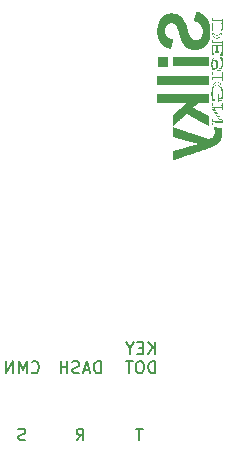
<source format=gbr>
%TF.GenerationSoftware,KiCad,Pcbnew,7.0.2*%
%TF.CreationDate,2024-04-06T10:46:14-07:00*%
%TF.ProjectId,MK-JackAdapter,4d4b2d4a-6163-46b4-9164-61707465722e,1.0*%
%TF.SameCoordinates,Original*%
%TF.FileFunction,Legend,Bot*%
%TF.FilePolarity,Positive*%
%FSLAX46Y46*%
G04 Gerber Fmt 4.6, Leading zero omitted, Abs format (unit mm)*
G04 Created by KiCad (PCBNEW 7.0.2) date 2024-04-06 10:46:14*
%MOMM*%
%LPD*%
G01*
G04 APERTURE LIST*
%ADD10C,0.150000*%
G04 APERTURE END LIST*
D10*
X113948476Y-130618619D02*
X114281809Y-130142428D01*
X114519904Y-130618619D02*
X114519904Y-129618619D01*
X114519904Y-129618619D02*
X114138952Y-129618619D01*
X114138952Y-129618619D02*
X114043714Y-129666238D01*
X114043714Y-129666238D02*
X113996095Y-129713857D01*
X113996095Y-129713857D02*
X113948476Y-129809095D01*
X113948476Y-129809095D02*
X113948476Y-129951952D01*
X113948476Y-129951952D02*
X113996095Y-130047190D01*
X113996095Y-130047190D02*
X114043714Y-130094809D01*
X114043714Y-130094809D02*
X114138952Y-130142428D01*
X114138952Y-130142428D02*
X114519904Y-130142428D01*
X109587713Y-130571000D02*
X109444856Y-130618619D01*
X109444856Y-130618619D02*
X109206761Y-130618619D01*
X109206761Y-130618619D02*
X109111523Y-130571000D01*
X109111523Y-130571000D02*
X109063904Y-130523380D01*
X109063904Y-130523380D02*
X109016285Y-130428142D01*
X109016285Y-130428142D02*
X109016285Y-130332904D01*
X109016285Y-130332904D02*
X109063904Y-130237666D01*
X109063904Y-130237666D02*
X109111523Y-130190047D01*
X109111523Y-130190047D02*
X109206761Y-130142428D01*
X109206761Y-130142428D02*
X109397237Y-130094809D01*
X109397237Y-130094809D02*
X109492475Y-130047190D01*
X109492475Y-130047190D02*
X109540094Y-129999571D01*
X109540094Y-129999571D02*
X109587713Y-129904333D01*
X109587713Y-129904333D02*
X109587713Y-129809095D01*
X109587713Y-129809095D02*
X109540094Y-129713857D01*
X109540094Y-129713857D02*
X109492475Y-129666238D01*
X109492475Y-129666238D02*
X109397237Y-129618619D01*
X109397237Y-129618619D02*
X109159142Y-129618619D01*
X109159142Y-129618619D02*
X109016285Y-129666238D01*
X119532713Y-129618619D02*
X118961285Y-129618619D01*
X119246999Y-130618619D02*
X119246999Y-129618619D01*
X110135714Y-124837380D02*
X110183333Y-124885000D01*
X110183333Y-124885000D02*
X110326190Y-124932619D01*
X110326190Y-124932619D02*
X110421428Y-124932619D01*
X110421428Y-124932619D02*
X110564285Y-124885000D01*
X110564285Y-124885000D02*
X110659523Y-124789761D01*
X110659523Y-124789761D02*
X110707142Y-124694523D01*
X110707142Y-124694523D02*
X110754761Y-124504047D01*
X110754761Y-124504047D02*
X110754761Y-124361190D01*
X110754761Y-124361190D02*
X110707142Y-124170714D01*
X110707142Y-124170714D02*
X110659523Y-124075476D01*
X110659523Y-124075476D02*
X110564285Y-123980238D01*
X110564285Y-123980238D02*
X110421428Y-123932619D01*
X110421428Y-123932619D02*
X110326190Y-123932619D01*
X110326190Y-123932619D02*
X110183333Y-123980238D01*
X110183333Y-123980238D02*
X110135714Y-124027857D01*
X109707142Y-124932619D02*
X109707142Y-123932619D01*
X109707142Y-123932619D02*
X109373809Y-124646904D01*
X109373809Y-124646904D02*
X109040476Y-123932619D01*
X109040476Y-123932619D02*
X109040476Y-124932619D01*
X108564285Y-124932619D02*
X108564285Y-123932619D01*
X108564285Y-123932619D02*
X107992857Y-124932619D01*
X107992857Y-124932619D02*
X107992857Y-123932619D01*
X115971475Y-124932619D02*
X115971475Y-123932619D01*
X115971475Y-123932619D02*
X115733380Y-123932619D01*
X115733380Y-123932619D02*
X115590523Y-123980238D01*
X115590523Y-123980238D02*
X115495285Y-124075476D01*
X115495285Y-124075476D02*
X115447666Y-124170714D01*
X115447666Y-124170714D02*
X115400047Y-124361190D01*
X115400047Y-124361190D02*
X115400047Y-124504047D01*
X115400047Y-124504047D02*
X115447666Y-124694523D01*
X115447666Y-124694523D02*
X115495285Y-124789761D01*
X115495285Y-124789761D02*
X115590523Y-124885000D01*
X115590523Y-124885000D02*
X115733380Y-124932619D01*
X115733380Y-124932619D02*
X115971475Y-124932619D01*
X115019094Y-124646904D02*
X114542904Y-124646904D01*
X115114332Y-124932619D02*
X114780999Y-123932619D01*
X114780999Y-123932619D02*
X114447666Y-124932619D01*
X114161951Y-124885000D02*
X114019094Y-124932619D01*
X114019094Y-124932619D02*
X113780999Y-124932619D01*
X113780999Y-124932619D02*
X113685761Y-124885000D01*
X113685761Y-124885000D02*
X113638142Y-124837380D01*
X113638142Y-124837380D02*
X113590523Y-124742142D01*
X113590523Y-124742142D02*
X113590523Y-124646904D01*
X113590523Y-124646904D02*
X113638142Y-124551666D01*
X113638142Y-124551666D02*
X113685761Y-124504047D01*
X113685761Y-124504047D02*
X113780999Y-124456428D01*
X113780999Y-124456428D02*
X113971475Y-124408809D01*
X113971475Y-124408809D02*
X114066713Y-124361190D01*
X114066713Y-124361190D02*
X114114332Y-124313571D01*
X114114332Y-124313571D02*
X114161951Y-124218333D01*
X114161951Y-124218333D02*
X114161951Y-124123095D01*
X114161951Y-124123095D02*
X114114332Y-124027857D01*
X114114332Y-124027857D02*
X114066713Y-123980238D01*
X114066713Y-123980238D02*
X113971475Y-123932619D01*
X113971475Y-123932619D02*
X113733380Y-123932619D01*
X113733380Y-123932619D02*
X113590523Y-123980238D01*
X113161951Y-124932619D02*
X113161951Y-123932619D01*
X113161951Y-124408809D02*
X112590523Y-124408809D01*
X112590523Y-124932619D02*
X112590523Y-123932619D01*
X120554856Y-123312619D02*
X120554856Y-122312619D01*
X119983428Y-123312619D02*
X120411999Y-122741190D01*
X119983428Y-122312619D02*
X120554856Y-122884047D01*
X119554856Y-122788809D02*
X119221523Y-122788809D01*
X119078666Y-123312619D02*
X119554856Y-123312619D01*
X119554856Y-123312619D02*
X119554856Y-122312619D01*
X119554856Y-122312619D02*
X119078666Y-122312619D01*
X118459618Y-122836428D02*
X118459618Y-123312619D01*
X118792951Y-122312619D02*
X118459618Y-122836428D01*
X118459618Y-122836428D02*
X118126285Y-122312619D01*
X120578666Y-124932619D02*
X120578666Y-123932619D01*
X120578666Y-123932619D02*
X120340571Y-123932619D01*
X120340571Y-123932619D02*
X120197714Y-123980238D01*
X120197714Y-123980238D02*
X120102476Y-124075476D01*
X120102476Y-124075476D02*
X120054857Y-124170714D01*
X120054857Y-124170714D02*
X120007238Y-124361190D01*
X120007238Y-124361190D02*
X120007238Y-124504047D01*
X120007238Y-124504047D02*
X120054857Y-124694523D01*
X120054857Y-124694523D02*
X120102476Y-124789761D01*
X120102476Y-124789761D02*
X120197714Y-124885000D01*
X120197714Y-124885000D02*
X120340571Y-124932619D01*
X120340571Y-124932619D02*
X120578666Y-124932619D01*
X119388190Y-123932619D02*
X119197714Y-123932619D01*
X119197714Y-123932619D02*
X119102476Y-123980238D01*
X119102476Y-123980238D02*
X119007238Y-124075476D01*
X119007238Y-124075476D02*
X118959619Y-124265952D01*
X118959619Y-124265952D02*
X118959619Y-124599285D01*
X118959619Y-124599285D02*
X119007238Y-124789761D01*
X119007238Y-124789761D02*
X119102476Y-124885000D01*
X119102476Y-124885000D02*
X119197714Y-124932619D01*
X119197714Y-124932619D02*
X119388190Y-124932619D01*
X119388190Y-124932619D02*
X119483428Y-124885000D01*
X119483428Y-124885000D02*
X119578666Y-124789761D01*
X119578666Y-124789761D02*
X119626285Y-124599285D01*
X119626285Y-124599285D02*
X119626285Y-124265952D01*
X119626285Y-124265952D02*
X119578666Y-124075476D01*
X119578666Y-124075476D02*
X119483428Y-123980238D01*
X119483428Y-123980238D02*
X119388190Y-123932619D01*
X118673904Y-123932619D02*
X118102476Y-123932619D01*
X118388190Y-124932619D02*
X118388190Y-123932619D01*
%TO.C,G\u002A\u002A\u002A*%
G36*
X121651751Y-98557251D02*
G01*
X121651751Y-98982334D01*
X121247660Y-98982334D01*
X120843569Y-98982334D01*
X120843569Y-98557251D01*
X120843569Y-98132168D01*
X121247660Y-98132168D01*
X121651751Y-98132168D01*
X121651751Y-98557251D01*
G37*
G36*
X125192357Y-100128133D02*
G01*
X125192357Y-100525226D01*
X122979478Y-100525226D01*
X120766600Y-100525226D01*
X120766600Y-100128133D01*
X120766600Y-99731039D01*
X122979478Y-99731039D01*
X125192357Y-99731039D01*
X125192357Y-100128133D01*
G37*
G36*
X123684616Y-98156660D02*
G01*
X123787650Y-98156670D01*
X123888813Y-98156690D01*
X123987883Y-98156719D01*
X124084636Y-98156758D01*
X124178851Y-98156807D01*
X124270303Y-98156863D01*
X124358771Y-98156928D01*
X124444030Y-98157002D01*
X124525859Y-98157082D01*
X124604034Y-98157171D01*
X124678333Y-98157266D01*
X124748532Y-98157368D01*
X124814409Y-98157476D01*
X124875740Y-98157591D01*
X124932303Y-98157711D01*
X124983875Y-98157836D01*
X125030234Y-98157966D01*
X125071155Y-98158101D01*
X125106416Y-98158241D01*
X125135795Y-98158384D01*
X125159068Y-98158531D01*
X125176013Y-98158682D01*
X125186406Y-98158835D01*
X125190025Y-98158991D01*
X125190128Y-98159483D01*
X125190432Y-98165457D01*
X125190722Y-98177835D01*
X125190998Y-98196173D01*
X125191255Y-98220027D01*
X125191492Y-98248952D01*
X125191706Y-98282504D01*
X125191894Y-98320238D01*
X125192054Y-98361709D01*
X125192183Y-98406474D01*
X125192278Y-98454088D01*
X125192337Y-98504106D01*
X125192357Y-98556085D01*
X125192357Y-98950846D01*
X123638969Y-98950846D01*
X122085580Y-98950846D01*
X122085580Y-98553752D01*
X122085580Y-98156659D01*
X123636636Y-98156659D01*
X123684616Y-98156660D01*
G37*
G36*
X125192357Y-101700763D02*
G01*
X125192357Y-102092609D01*
X124694678Y-102092741D01*
X124196999Y-102092874D01*
X124007468Y-102265049D01*
X123978780Y-102291111D01*
X123949281Y-102317917D01*
X123921672Y-102343011D01*
X123896364Y-102366018D01*
X123873768Y-102386566D01*
X123854296Y-102404280D01*
X123838358Y-102418786D01*
X123826367Y-102429709D01*
X123818733Y-102436677D01*
X123815868Y-102439314D01*
X123816054Y-102439496D01*
X123820591Y-102442176D01*
X123830970Y-102447916D01*
X123846913Y-102456569D01*
X123868142Y-102467987D01*
X123894380Y-102482023D01*
X123925348Y-102498529D01*
X123960768Y-102517359D01*
X124000363Y-102538366D01*
X124043854Y-102561401D01*
X124090964Y-102586318D01*
X124141415Y-102612970D01*
X124194928Y-102641209D01*
X124251225Y-102670888D01*
X124310030Y-102701860D01*
X124371064Y-102733977D01*
X124434048Y-102767093D01*
X124498705Y-102801060D01*
X124515920Y-102810100D01*
X124580264Y-102843896D01*
X124642914Y-102876811D01*
X124703587Y-102908698D01*
X124762003Y-102939408D01*
X124817880Y-102968793D01*
X124870937Y-102996705D01*
X124920893Y-103022996D01*
X124967466Y-103047517D01*
X125010375Y-103070121D01*
X125049339Y-103090658D01*
X125084076Y-103108982D01*
X125114305Y-103124943D01*
X125139745Y-103138394D01*
X125160114Y-103149186D01*
X125175131Y-103157172D01*
X125184515Y-103162202D01*
X125187984Y-103164129D01*
X125188481Y-103165216D01*
X125189101Y-103169062D01*
X125189656Y-103175916D01*
X125190148Y-103186084D01*
X125190583Y-103199872D01*
X125190961Y-103217589D01*
X125191286Y-103239541D01*
X125191562Y-103266035D01*
X125191791Y-103297377D01*
X125191977Y-103333875D01*
X125192122Y-103375836D01*
X125192229Y-103423566D01*
X125192302Y-103477372D01*
X125192344Y-103537562D01*
X125192357Y-103604442D01*
X125192348Y-103658257D01*
X125192320Y-103710991D01*
X125192274Y-103761339D01*
X125192212Y-103808881D01*
X125192136Y-103853198D01*
X125192045Y-103893871D01*
X125191941Y-103930481D01*
X125191826Y-103962609D01*
X125191701Y-103989835D01*
X125191567Y-104011741D01*
X125191424Y-104027906D01*
X125191275Y-104037913D01*
X125191120Y-104041342D01*
X125189912Y-104040696D01*
X125183165Y-104036948D01*
X125170693Y-104029975D01*
X125152728Y-104019906D01*
X125129500Y-104006869D01*
X125101240Y-103990996D01*
X125068177Y-103972415D01*
X125030542Y-103951256D01*
X124988566Y-103927649D01*
X124942478Y-103901723D01*
X124892509Y-103873608D01*
X124838890Y-103843434D01*
X124781851Y-103811329D01*
X124721622Y-103777425D01*
X124658433Y-103741849D01*
X124592514Y-103704733D01*
X124524097Y-103666205D01*
X124453412Y-103626395D01*
X124380688Y-103585433D01*
X124306157Y-103543449D01*
X124230047Y-103500571D01*
X124183229Y-103474195D01*
X124108039Y-103431838D01*
X124034561Y-103390451D01*
X123963024Y-103350162D01*
X123893660Y-103311102D01*
X123826699Y-103273400D01*
X123762373Y-103237187D01*
X123700912Y-103202591D01*
X123642546Y-103169744D01*
X123587508Y-103138774D01*
X123536026Y-103109811D01*
X123488333Y-103082986D01*
X123444658Y-103058428D01*
X123405234Y-103036267D01*
X123370289Y-103016633D01*
X123340056Y-102999655D01*
X123314765Y-102985464D01*
X123294647Y-102974189D01*
X123279932Y-102965960D01*
X123270851Y-102960907D01*
X123267636Y-102959159D01*
X123267062Y-102959554D01*
X123262103Y-102963716D01*
X123252264Y-102972249D01*
X123237779Y-102984945D01*
X123218883Y-103001596D01*
X123195809Y-103021994D01*
X123168791Y-103045931D01*
X123138064Y-103073199D01*
X123103860Y-103103590D01*
X123066415Y-103136895D01*
X123025961Y-103172908D01*
X122982733Y-103211419D01*
X122936965Y-103252221D01*
X122888891Y-103295106D01*
X122838745Y-103339865D01*
X122786759Y-103386291D01*
X122733170Y-103434176D01*
X122678210Y-103483312D01*
X122654851Y-103504199D01*
X122600428Y-103552856D01*
X122547472Y-103600189D01*
X122496217Y-103645989D01*
X122446898Y-103690047D01*
X122399750Y-103732155D01*
X122355005Y-103772103D01*
X122312899Y-103809683D01*
X122273665Y-103844686D01*
X122237539Y-103876902D01*
X122204753Y-103906124D01*
X122175542Y-103932142D01*
X122150140Y-103954747D01*
X122128782Y-103973730D01*
X122111702Y-103988883D01*
X122099134Y-103999997D01*
X122091312Y-104006863D01*
X122088470Y-104009271D01*
X122088374Y-104009059D01*
X122088026Y-104003966D01*
X122087694Y-103992393D01*
X122087382Y-103974751D01*
X122087091Y-103951448D01*
X122086823Y-103922893D01*
X122086582Y-103889495D01*
X122086369Y-103851663D01*
X122086187Y-103809805D01*
X122086039Y-103764332D01*
X122085926Y-103715650D01*
X122085851Y-103664170D01*
X122085816Y-103610301D01*
X122085824Y-103554450D01*
X122086068Y-103098463D01*
X122694361Y-102596411D01*
X123302653Y-102094358D01*
X122034626Y-102093479D01*
X120766600Y-102092600D01*
X120766600Y-101700759D01*
X120766600Y-101308918D01*
X122979478Y-101308918D01*
X125192357Y-101308918D01*
X125192357Y-101700763D01*
G37*
G36*
X125801894Y-95246741D02*
G01*
X125846631Y-95246835D01*
X125891584Y-95246998D01*
X125936097Y-95247228D01*
X125979514Y-95247521D01*
X126021178Y-95247875D01*
X126060436Y-95248289D01*
X126096630Y-95248758D01*
X126129106Y-95249282D01*
X126157207Y-95249856D01*
X126180278Y-95250480D01*
X126197663Y-95251150D01*
X126208707Y-95251864D01*
X126236696Y-95254551D01*
X126241080Y-95298284D01*
X126241340Y-95300914D01*
X126243256Y-95322112D01*
X126245267Y-95346989D01*
X126247148Y-95372662D01*
X126248677Y-95396246D01*
X126249597Y-95416548D01*
X126250313Y-95443938D01*
X126250745Y-95475696D01*
X126250906Y-95510687D01*
X126250810Y-95547773D01*
X126250470Y-95585819D01*
X126249901Y-95623687D01*
X126249117Y-95660242D01*
X126248132Y-95694347D01*
X126246958Y-95724866D01*
X126245611Y-95750662D01*
X126244104Y-95770598D01*
X126237935Y-95827264D01*
X126229571Y-95885573D01*
X126219490Y-95939015D01*
X126207459Y-95988655D01*
X126193247Y-96035559D01*
X126176621Y-96080793D01*
X126167268Y-96102952D01*
X126140905Y-96154967D01*
X126110666Y-96201264D01*
X126076605Y-96241792D01*
X126038774Y-96276500D01*
X125997226Y-96305336D01*
X125952014Y-96328249D01*
X125903191Y-96345189D01*
X125900237Y-96345985D01*
X125888261Y-96348755D01*
X125875949Y-96350647D01*
X125861637Y-96351808D01*
X125843662Y-96352388D01*
X125820360Y-96352532D01*
X125820145Y-96352532D01*
X125798182Y-96352405D01*
X125781502Y-96351948D01*
X125768406Y-96350979D01*
X125757195Y-96349312D01*
X125746171Y-96346766D01*
X125733635Y-96343156D01*
X125700782Y-96331474D01*
X125660608Y-96311427D01*
X125624479Y-96286029D01*
X125591678Y-96254835D01*
X125576039Y-96236762D01*
X125547324Y-96197355D01*
X125521839Y-96153258D01*
X125499499Y-96104216D01*
X125480219Y-96049971D01*
X125463913Y-95990268D01*
X125450496Y-95924850D01*
X125439882Y-95853461D01*
X125431985Y-95775846D01*
X125430825Y-95759162D01*
X125429371Y-95729656D01*
X125428214Y-95695226D01*
X125427361Y-95657099D01*
X125426817Y-95616505D01*
X125426671Y-95590146D01*
X125463550Y-95590146D01*
X125463616Y-95625305D01*
X125463866Y-95659107D01*
X125464307Y-95690841D01*
X125464946Y-95719794D01*
X125465790Y-95745253D01*
X125466845Y-95766507D01*
X125468118Y-95782843D01*
X125474230Y-95836014D01*
X125484031Y-95900975D01*
X125495876Y-95959842D01*
X125509899Y-96012996D01*
X125526233Y-96060816D01*
X125545013Y-96103681D01*
X125566372Y-96141972D01*
X125590445Y-96176069D01*
X125617364Y-96206351D01*
X125626210Y-96214925D01*
X125659519Y-96241962D01*
X125694965Y-96262607D01*
X125733093Y-96277080D01*
X125774447Y-96285603D01*
X125819570Y-96288394D01*
X125846078Y-96287488D01*
X125892695Y-96281004D01*
X125936471Y-96268189D01*
X125977662Y-96248937D01*
X126016520Y-96223142D01*
X126053300Y-96190699D01*
X126070090Y-96172789D01*
X126097458Y-96137785D01*
X126121773Y-96098442D01*
X126143125Y-96054478D01*
X126161601Y-96005611D01*
X126177290Y-95951560D01*
X126190280Y-95892044D01*
X126200659Y-95826780D01*
X126208515Y-95755488D01*
X126213937Y-95677885D01*
X126214278Y-95670987D01*
X126215382Y-95640986D01*
X126216090Y-95607786D01*
X126216421Y-95572409D01*
X126216393Y-95535873D01*
X126216024Y-95499196D01*
X126215334Y-95463399D01*
X126214340Y-95429500D01*
X126213061Y-95398518D01*
X126211515Y-95371474D01*
X126209721Y-95349384D01*
X126207697Y-95333270D01*
X126205072Y-95317526D01*
X126171903Y-95315316D01*
X126164913Y-95314907D01*
X126145345Y-95314085D01*
X126119930Y-95313323D01*
X126089451Y-95312626D01*
X126054688Y-95311998D01*
X126016424Y-95311444D01*
X125975438Y-95310967D01*
X125932513Y-95310572D01*
X125888431Y-95310263D01*
X125843972Y-95310044D01*
X125799917Y-95309919D01*
X125757049Y-95309894D01*
X125716149Y-95309971D01*
X125677998Y-95310155D01*
X125643378Y-95310451D01*
X125613069Y-95310862D01*
X125587854Y-95311394D01*
X125568513Y-95312049D01*
X125567804Y-95312080D01*
X125542889Y-95313244D01*
X125520366Y-95314394D01*
X125501155Y-95315476D01*
X125486176Y-95316435D01*
X125476348Y-95317216D01*
X125472592Y-95317764D01*
X125471508Y-95320674D01*
X125470110Y-95330218D01*
X125468828Y-95345529D01*
X125467668Y-95365894D01*
X125466637Y-95390602D01*
X125465742Y-95418939D01*
X125464990Y-95450195D01*
X125464389Y-95483655D01*
X125463943Y-95518609D01*
X125463662Y-95554343D01*
X125463550Y-95590146D01*
X125426671Y-95590146D01*
X125426586Y-95574671D01*
X125426673Y-95532825D01*
X125427085Y-95492197D01*
X125427827Y-95454013D01*
X125428903Y-95419503D01*
X125430320Y-95389895D01*
X125432272Y-95358066D01*
X125434376Y-95326656D01*
X125436298Y-95301540D01*
X125438073Y-95282339D01*
X125439739Y-95268676D01*
X125441329Y-95260171D01*
X125442880Y-95256446D01*
X125443489Y-95256152D01*
X125449678Y-95254992D01*
X125461450Y-95253620D01*
X125477727Y-95252138D01*
X125497429Y-95250647D01*
X125519478Y-95249248D01*
X125530422Y-95248759D01*
X125549833Y-95248214D01*
X125574705Y-95247757D01*
X125604382Y-95247387D01*
X125638209Y-95247100D01*
X125675529Y-95246895D01*
X125715687Y-95246768D01*
X125757049Y-95246718D01*
X125758027Y-95246717D01*
X125801894Y-95246741D01*
G37*
G36*
X122090301Y-104083917D02*
G01*
X122098408Y-104086654D01*
X122112770Y-104091554D01*
X122133177Y-104098546D01*
X122159421Y-104107556D01*
X122191293Y-104118513D01*
X122228585Y-104131345D01*
X122271088Y-104145981D01*
X122318594Y-104162347D01*
X122370894Y-104180373D01*
X122427780Y-104199986D01*
X122489043Y-104221115D01*
X122554474Y-104243687D01*
X122623866Y-104267630D01*
X122697009Y-104292873D01*
X122773694Y-104319344D01*
X122853715Y-104346970D01*
X122936861Y-104375680D01*
X123022924Y-104405401D01*
X123111696Y-104436063D01*
X123202968Y-104467592D01*
X123296532Y-104499918D01*
X123392179Y-104532967D01*
X123489701Y-104566668D01*
X123588888Y-104600950D01*
X125086452Y-105118574D01*
X125161271Y-105093972D01*
X125195110Y-105082693D01*
X125223980Y-105072672D01*
X125248868Y-105063488D01*
X125271152Y-105054591D01*
X125292212Y-105045428D01*
X125313424Y-105035450D01*
X125336169Y-105024106D01*
X125346298Y-105018855D01*
X125401707Y-104986426D01*
X125450918Y-104950833D01*
X125494030Y-104911953D01*
X125531142Y-104869659D01*
X125562354Y-104823829D01*
X125587763Y-104774336D01*
X125607470Y-104721056D01*
X125621572Y-104663864D01*
X125622812Y-104656973D01*
X125624599Y-104644545D01*
X125625922Y-104630796D01*
X125626840Y-104614591D01*
X125627407Y-104594796D01*
X125627679Y-104570276D01*
X125627714Y-104539896D01*
X125627709Y-104537614D01*
X125626683Y-104480488D01*
X125623866Y-104424105D01*
X125619113Y-104367012D01*
X125612279Y-104307752D01*
X125603223Y-104244871D01*
X125591798Y-104176914D01*
X125581972Y-104121810D01*
X125596207Y-104121795D01*
X125597446Y-104121812D01*
X125605755Y-104122094D01*
X125620195Y-104122699D01*
X125640113Y-104123593D01*
X125664856Y-104124744D01*
X125693773Y-104126119D01*
X125726209Y-104127686D01*
X125761513Y-104129410D01*
X125799033Y-104131260D01*
X125838114Y-104133203D01*
X125878106Y-104135205D01*
X125918355Y-104137234D01*
X125958208Y-104139257D01*
X125997013Y-104141241D01*
X126034118Y-104143153D01*
X126068870Y-104144961D01*
X126100615Y-104146631D01*
X126128702Y-104148131D01*
X126152479Y-104149427D01*
X126171291Y-104150487D01*
X126184488Y-104151279D01*
X126191415Y-104151768D01*
X126212608Y-104153711D01*
X126220419Y-104205109D01*
X126225244Y-104237765D01*
X126230804Y-104278901D01*
X126235244Y-104317007D01*
X126238817Y-104354289D01*
X126241772Y-104392953D01*
X126242461Y-104403052D01*
X126243858Y-104423395D01*
X126245139Y-104441876D01*
X126246185Y-104456788D01*
X126246877Y-104466425D01*
X126247364Y-104476228D01*
X126247734Y-104494286D01*
X126247832Y-104517281D01*
X126247682Y-104544054D01*
X126247309Y-104573445D01*
X126246740Y-104604294D01*
X126245998Y-104635442D01*
X126245110Y-104665728D01*
X126244100Y-104693993D01*
X126242995Y-104719077D01*
X126241818Y-104739819D01*
X126240596Y-104755061D01*
X126240162Y-104759256D01*
X126228246Y-104850015D01*
X126211944Y-104935621D01*
X126191128Y-105016463D01*
X126165669Y-105092930D01*
X126135438Y-105165409D01*
X126100308Y-105234288D01*
X126060149Y-105299956D01*
X126046825Y-105319622D01*
X126024558Y-105350605D01*
X126002052Y-105379223D01*
X125977947Y-105407090D01*
X125950885Y-105435821D01*
X125919507Y-105467031D01*
X125909112Y-105477010D01*
X125860071Y-105521176D01*
X125808875Y-105562426D01*
X125754557Y-105601424D01*
X125696151Y-105638832D01*
X125632691Y-105675313D01*
X125563211Y-105711530D01*
X125528039Y-105728836D01*
X125495339Y-105744339D01*
X125464060Y-105758441D01*
X125432181Y-105772028D01*
X125397682Y-105785985D01*
X125358542Y-105801197D01*
X125356083Y-105802104D01*
X125346238Y-105805598D01*
X125330081Y-105811239D01*
X125307823Y-105818953D01*
X125279674Y-105828670D01*
X125245845Y-105840317D01*
X125206546Y-105853823D01*
X125161987Y-105869116D01*
X125112379Y-105886123D01*
X125057931Y-105904774D01*
X124998854Y-105924996D01*
X124935358Y-105946717D01*
X124867654Y-105969865D01*
X124795952Y-105994370D01*
X124720461Y-106020157D01*
X124641393Y-106047157D01*
X124558957Y-106075297D01*
X124473365Y-106104504D01*
X124384825Y-106134708D01*
X124293548Y-106165837D01*
X124199745Y-106197818D01*
X124103627Y-106230579D01*
X124005402Y-106264050D01*
X123905281Y-106298157D01*
X123803475Y-106332829D01*
X123700195Y-106367995D01*
X123640685Y-106388254D01*
X123538780Y-106422947D01*
X123438649Y-106457037D01*
X123340494Y-106490455D01*
X123244516Y-106523132D01*
X123150918Y-106554999D01*
X123059901Y-106585988D01*
X122971669Y-106616029D01*
X122886423Y-106645055D01*
X122804365Y-106672995D01*
X122725698Y-106699782D01*
X122650623Y-106725346D01*
X122579342Y-106749618D01*
X122512058Y-106772530D01*
X122448973Y-106794014D01*
X122390289Y-106813999D01*
X122336207Y-106832418D01*
X122286931Y-106849201D01*
X122242662Y-106864279D01*
X122203602Y-106877585D01*
X122169953Y-106889048D01*
X122141918Y-106898601D01*
X122119698Y-106906174D01*
X122103496Y-106911699D01*
X122093514Y-106915106D01*
X122089953Y-106916327D01*
X122089779Y-106916322D01*
X122089101Y-106914694D01*
X122088495Y-106910239D01*
X122087959Y-106902635D01*
X122087487Y-106891562D01*
X122087077Y-106876699D01*
X122086725Y-106857726D01*
X122086428Y-106834321D01*
X122086182Y-106806163D01*
X122085983Y-106772934D01*
X122085829Y-106734310D01*
X122085715Y-106689972D01*
X122085638Y-106639599D01*
X122085594Y-106582871D01*
X122085580Y-106519465D01*
X122085580Y-106120973D01*
X122810670Y-105920257D01*
X122837854Y-105912732D01*
X122923150Y-105889121D01*
X123002192Y-105867244D01*
X123075356Y-105846997D01*
X123143017Y-105828277D01*
X123205552Y-105810982D01*
X123263336Y-105795008D01*
X123316744Y-105780253D01*
X123366153Y-105766613D01*
X123411938Y-105753987D01*
X123454475Y-105742271D01*
X123494140Y-105731362D01*
X123531307Y-105721157D01*
X123566354Y-105711553D01*
X123599655Y-105702449D01*
X123631587Y-105693740D01*
X123662525Y-105685324D01*
X123692844Y-105677098D01*
X123722921Y-105668959D01*
X123753131Y-105660804D01*
X123783850Y-105652530D01*
X123815453Y-105644035D01*
X123848317Y-105635216D01*
X123882817Y-105625970D01*
X123919328Y-105616193D01*
X123958227Y-105605783D01*
X123999889Y-105594638D01*
X124007498Y-105592602D01*
X124048795Y-105581541D01*
X124088149Y-105570982D01*
X124125023Y-105561069D01*
X124158883Y-105551947D01*
X124189193Y-105543760D01*
X124215419Y-105536654D01*
X124237024Y-105530772D01*
X124253475Y-105526261D01*
X124264235Y-105523264D01*
X124268770Y-105521926D01*
X124268691Y-105521042D01*
X124264556Y-105519119D01*
X124255813Y-105516161D01*
X124242189Y-105512094D01*
X124223408Y-105506841D01*
X124199196Y-105500329D01*
X124169278Y-105492482D01*
X124133380Y-105483226D01*
X124091228Y-105472485D01*
X124042547Y-105460185D01*
X124031254Y-105457340D01*
X123979828Y-105444358D01*
X123927188Y-105431028D01*
X123873904Y-105417499D01*
X123820549Y-105403916D01*
X123767693Y-105390427D01*
X123715907Y-105377179D01*
X123665764Y-105364318D01*
X123617835Y-105351992D01*
X123572691Y-105340347D01*
X123530904Y-105329530D01*
X123493044Y-105319688D01*
X123459685Y-105310969D01*
X123431395Y-105303518D01*
X123408749Y-105297483D01*
X123392316Y-105293012D01*
X123386588Y-105291407D01*
X123373711Y-105287772D01*
X123354753Y-105282405D01*
X123330073Y-105275407D01*
X123300029Y-105266879D01*
X123264979Y-105256925D01*
X123225281Y-105245646D01*
X123181294Y-105233144D01*
X123133376Y-105219520D01*
X123081885Y-105204876D01*
X123027181Y-105189315D01*
X122969620Y-105172938D01*
X122909561Y-105155847D01*
X122847364Y-105138144D01*
X122783385Y-105119931D01*
X122717983Y-105101309D01*
X122085634Y-104921246D01*
X122085607Y-104502285D01*
X122085617Y-104463853D01*
X122085669Y-104411706D01*
X122085765Y-104361848D01*
X122085901Y-104314707D01*
X122086074Y-104270711D01*
X122086282Y-104230288D01*
X122086521Y-104193866D01*
X122086788Y-104161873D01*
X122087081Y-104134738D01*
X122087397Y-104112887D01*
X122087733Y-104096749D01*
X122088086Y-104086753D01*
X122088452Y-104083325D01*
X122090301Y-104083917D01*
G37*
G36*
X125440402Y-94832267D02*
G01*
X125442876Y-94838064D01*
X125444968Y-94845701D01*
X125446691Y-94856009D01*
X125448187Y-94870068D01*
X125449598Y-94888960D01*
X125451064Y-94913766D01*
X125451184Y-94915949D01*
X125452765Y-94943567D01*
X125454194Y-94965096D01*
X125455607Y-94981379D01*
X125457142Y-94993259D01*
X125458934Y-95001579D01*
X125461119Y-95007183D01*
X125463835Y-95010913D01*
X125467218Y-95013612D01*
X125470800Y-95015503D01*
X125476530Y-95017443D01*
X125484349Y-95019127D01*
X125494667Y-95020568D01*
X125507891Y-95021776D01*
X125524432Y-95022765D01*
X125544697Y-95023546D01*
X125569096Y-95024132D01*
X125598038Y-95024535D01*
X125631932Y-95024766D01*
X125671187Y-95024839D01*
X125716211Y-95024764D01*
X125767413Y-95024555D01*
X125825203Y-95024223D01*
X125834773Y-95024160D01*
X125879132Y-95023821D01*
X125922092Y-95023414D01*
X125963033Y-95022952D01*
X126001331Y-95022443D01*
X126036364Y-95021898D01*
X126067511Y-95021327D01*
X126094150Y-95020742D01*
X126115657Y-95020151D01*
X126131412Y-95019566D01*
X126140791Y-95018996D01*
X126146402Y-95018470D01*
X126171187Y-95016028D01*
X126189996Y-95013914D01*
X126203670Y-95011993D01*
X126213050Y-95010134D01*
X126218976Y-95008201D01*
X126222288Y-95006062D01*
X126223397Y-95004453D01*
X126226751Y-94996752D01*
X126230781Y-94984870D01*
X126234844Y-94970626D01*
X126236327Y-94965191D01*
X126241094Y-94950003D01*
X126246039Y-94936931D01*
X126250302Y-94928329D01*
X126252992Y-94924406D01*
X126257969Y-94919498D01*
X126264673Y-94917407D01*
X126275733Y-94916958D01*
X126282330Y-94917041D01*
X126290595Y-94918135D01*
X126295725Y-94921403D01*
X126300224Y-94927973D01*
X126301136Y-94929732D01*
X126302017Y-94932116D01*
X126302798Y-94935386D01*
X126303486Y-94939923D01*
X126304088Y-94946110D01*
X126304607Y-94954328D01*
X126305051Y-94964959D01*
X126305425Y-94978386D01*
X126305735Y-94994989D01*
X126305986Y-95015153D01*
X126306185Y-95039257D01*
X126306336Y-95067685D01*
X126306447Y-95100818D01*
X126306521Y-95139038D01*
X126306566Y-95182728D01*
X126306587Y-95232268D01*
X126306590Y-95288042D01*
X126306580Y-95350432D01*
X126306572Y-95381872D01*
X126306543Y-95443602D01*
X126306488Y-95499014D01*
X126306394Y-95548572D01*
X126306251Y-95592737D01*
X126306045Y-95631970D01*
X126305765Y-95666735D01*
X126305399Y-95697493D01*
X126304935Y-95724707D01*
X126304362Y-95748837D01*
X126303667Y-95770348D01*
X126302837Y-95789700D01*
X126301863Y-95807356D01*
X126300730Y-95823777D01*
X126299428Y-95839427D01*
X126297945Y-95854766D01*
X126296268Y-95870258D01*
X126294386Y-95886364D01*
X126292286Y-95903546D01*
X126290643Y-95916187D01*
X126281439Y-95973409D01*
X126269294Y-96032634D01*
X126254749Y-96091621D01*
X126238345Y-96148133D01*
X126220625Y-96199929D01*
X126213706Y-96217975D01*
X126185883Y-96282435D01*
X126155208Y-96341749D01*
X126121868Y-96395700D01*
X126086049Y-96444076D01*
X126047940Y-96486660D01*
X126007727Y-96523238D01*
X125965597Y-96553596D01*
X125921738Y-96577518D01*
X125876338Y-96594790D01*
X125866252Y-96597697D01*
X125852065Y-96601049D01*
X125838078Y-96603109D01*
X125821894Y-96604190D01*
X125801117Y-96604604D01*
X125775802Y-96604213D01*
X125751882Y-96602028D01*
X125730216Y-96597490D01*
X125708371Y-96590073D01*
X125683914Y-96579250D01*
X125649236Y-96559864D01*
X125610844Y-96531122D01*
X125574656Y-96495771D01*
X125540662Y-96453798D01*
X125508851Y-96405193D01*
X125479214Y-96349945D01*
X125469619Y-96329753D01*
X125449944Y-96284088D01*
X125433428Y-96238606D01*
X125419519Y-96191529D01*
X125407667Y-96141078D01*
X125397321Y-96085474D01*
X125396554Y-96080837D01*
X125392357Y-96054169D01*
X125388610Y-96027773D01*
X125385297Y-96001164D01*
X125382401Y-95973859D01*
X125379904Y-95945371D01*
X125377791Y-95915218D01*
X125376044Y-95882914D01*
X125374646Y-95847976D01*
X125373580Y-95809918D01*
X125372831Y-95768257D01*
X125372380Y-95722508D01*
X125372345Y-95712141D01*
X125407779Y-95712141D01*
X125408041Y-95753693D01*
X125408571Y-95788334D01*
X125409368Y-95816080D01*
X125411108Y-95855913D01*
X125415254Y-95923739D01*
X125420766Y-95985728D01*
X125427783Y-96042565D01*
X125436441Y-96094938D01*
X125446878Y-96143534D01*
X125459233Y-96189040D01*
X125473643Y-96232143D01*
X125490246Y-96273531D01*
X125509179Y-96313891D01*
X125531764Y-96355514D01*
X125561684Y-96401544D01*
X125593538Y-96440946D01*
X125627405Y-96473794D01*
X125663366Y-96500166D01*
X125701500Y-96520135D01*
X125741887Y-96533777D01*
X125749265Y-96535455D01*
X125779372Y-96539326D01*
X125811866Y-96539604D01*
X125843953Y-96536377D01*
X125872839Y-96529729D01*
X125900452Y-96519651D01*
X125944198Y-96497830D01*
X125985841Y-96469676D01*
X126025242Y-96435442D01*
X126062263Y-96395381D01*
X126096764Y-96349745D01*
X126128606Y-96298788D01*
X126157652Y-96242763D01*
X126183762Y-96181921D01*
X126206797Y-96116517D01*
X126226619Y-96046803D01*
X126243089Y-95973032D01*
X126256068Y-95895457D01*
X126265417Y-95814331D01*
X126265707Y-95811072D01*
X126266645Y-95799558D01*
X126267478Y-95787442D01*
X126268212Y-95774268D01*
X126268852Y-95759578D01*
X126269406Y-95742916D01*
X126269879Y-95723825D01*
X126270279Y-95701848D01*
X126270610Y-95676529D01*
X126270880Y-95647410D01*
X126271094Y-95614035D01*
X126271259Y-95575947D01*
X126271382Y-95532688D01*
X126271468Y-95483803D01*
X126271523Y-95428835D01*
X126271555Y-95367326D01*
X126271557Y-95360134D01*
X126271546Y-95309582D01*
X126271493Y-95261194D01*
X126271400Y-95215409D01*
X126271271Y-95172666D01*
X126271107Y-95133405D01*
X126270913Y-95098064D01*
X126270690Y-95067084D01*
X126270440Y-95040904D01*
X126270168Y-95019964D01*
X126269875Y-95004702D01*
X126269565Y-94995559D01*
X126269240Y-94992973D01*
X126268589Y-94994767D01*
X126265900Y-95003013D01*
X126262111Y-95015249D01*
X126257823Y-95029547D01*
X126255769Y-95036317D01*
X126249930Y-95052239D01*
X126243326Y-95063006D01*
X126234503Y-95069918D01*
X126222007Y-95074277D01*
X126204383Y-95077386D01*
X126192887Y-95078930D01*
X126174864Y-95081034D01*
X126155611Y-95082872D01*
X126134605Y-95084461D01*
X126111321Y-95085816D01*
X126085235Y-95086952D01*
X126055822Y-95087886D01*
X126022558Y-95088633D01*
X125984919Y-95089209D01*
X125942381Y-95089629D01*
X125894418Y-95089910D01*
X125840508Y-95090067D01*
X125780126Y-95090116D01*
X125748132Y-95090113D01*
X125699170Y-95090085D01*
X125656453Y-95090006D01*
X125619508Y-95089852D01*
X125587861Y-95089598D01*
X125561041Y-95089219D01*
X125538572Y-95088692D01*
X125519983Y-95087991D01*
X125504801Y-95087092D01*
X125492551Y-95085971D01*
X125482761Y-95084602D01*
X125474957Y-95082962D01*
X125468668Y-95081025D01*
X125463418Y-95078767D01*
X125458736Y-95076164D01*
X125454148Y-95073191D01*
X125451242Y-95071124D01*
X125442495Y-95063039D01*
X125435386Y-95052750D01*
X125429689Y-95039459D01*
X125425178Y-95022369D01*
X125421626Y-95000682D01*
X125418808Y-94973599D01*
X125416498Y-94940322D01*
X125415971Y-94931766D01*
X125414712Y-94914404D01*
X125413421Y-94900174D01*
X125412224Y-94890362D01*
X125411244Y-94886253D01*
X125411017Y-94886850D01*
X125410656Y-94892932D01*
X125410428Y-94904946D01*
X125410333Y-94922178D01*
X125410369Y-94943917D01*
X125410538Y-94969450D01*
X125410839Y-94998065D01*
X125411272Y-95029049D01*
X125411514Y-95048174D01*
X125411753Y-95080526D01*
X125411875Y-95118223D01*
X125411883Y-95160297D01*
X125411782Y-95205781D01*
X125411574Y-95253706D01*
X125411262Y-95303105D01*
X125410851Y-95353012D01*
X125410344Y-95402457D01*
X125409745Y-95450474D01*
X125409398Y-95476526D01*
X125408593Y-95545872D01*
X125408054Y-95608246D01*
X125407783Y-95663664D01*
X125407779Y-95712141D01*
X125372345Y-95712141D01*
X125372211Y-95672186D01*
X125372307Y-95616808D01*
X125372651Y-95555888D01*
X125373227Y-95488943D01*
X125374017Y-95415488D01*
X125374301Y-95390286D01*
X125374944Y-95326427D01*
X125375444Y-95265584D01*
X125375800Y-95208255D01*
X125376012Y-95154936D01*
X125376079Y-95106125D01*
X125376000Y-95062320D01*
X125375773Y-95024019D01*
X125375398Y-94991718D01*
X125374875Y-94965915D01*
X125374291Y-94943905D01*
X125373618Y-94916984D01*
X125373187Y-94895696D01*
X125373024Y-94879233D01*
X125373158Y-94866786D01*
X125373616Y-94857545D01*
X125374423Y-94850701D01*
X125375608Y-94845446D01*
X125377199Y-94840971D01*
X125379221Y-94836466D01*
X125386607Y-94820722D01*
X125410034Y-94819691D01*
X125411244Y-94819638D01*
X125433460Y-94818660D01*
X125440402Y-94832267D01*
G37*
G36*
X126300399Y-99435134D02*
G01*
X126300841Y-99436038D01*
X126301816Y-99438527D01*
X126302676Y-99441798D01*
X126303428Y-99446266D01*
X126304078Y-99452345D01*
X126304632Y-99460449D01*
X126305099Y-99470993D01*
X126305484Y-99484391D01*
X126305795Y-99501057D01*
X126306038Y-99521406D01*
X126306220Y-99545852D01*
X126306347Y-99574809D01*
X126306428Y-99608691D01*
X126306467Y-99647914D01*
X126306473Y-99692891D01*
X126306452Y-99744036D01*
X126306411Y-99801765D01*
X126306389Y-99840626D01*
X126306381Y-99896087D01*
X126306371Y-99945181D01*
X126306323Y-99988295D01*
X126306199Y-100025811D01*
X126305962Y-100058117D01*
X126305575Y-100085597D01*
X126305000Y-100108635D01*
X126304200Y-100127618D01*
X126303138Y-100142929D01*
X126301777Y-100154955D01*
X126300078Y-100164080D01*
X126298006Y-100170690D01*
X126295522Y-100175168D01*
X126292589Y-100177902D01*
X126289170Y-100179274D01*
X126285228Y-100179672D01*
X126280726Y-100179479D01*
X126275625Y-100179081D01*
X126269890Y-100178863D01*
X126245536Y-100178863D01*
X126239673Y-100165743D01*
X126237898Y-100160786D01*
X126236090Y-100152460D01*
X126234596Y-100140786D01*
X126233330Y-100124852D01*
X126232205Y-100103744D01*
X126231133Y-100076551D01*
X126230902Y-100070308D01*
X126229837Y-100046711D01*
X126228556Y-100024593D01*
X126227157Y-100005333D01*
X126225736Y-99990311D01*
X126224391Y-99980905D01*
X126224299Y-99980459D01*
X126222254Y-99972090D01*
X126219496Y-99965455D01*
X126215239Y-99960317D01*
X126208697Y-99956440D01*
X126199086Y-99953587D01*
X126185621Y-99951522D01*
X126167515Y-99950006D01*
X126143985Y-99948804D01*
X126114244Y-99947678D01*
X126111437Y-99947582D01*
X126084394Y-99946849D01*
X126051459Y-99946237D01*
X126013620Y-99945746D01*
X125971862Y-99945377D01*
X125927172Y-99945130D01*
X125880536Y-99945005D01*
X125832941Y-99945002D01*
X125785372Y-99945122D01*
X125738816Y-99945364D01*
X125694261Y-99945730D01*
X125652690Y-99946218D01*
X125615093Y-99946829D01*
X125582453Y-99947564D01*
X125577867Y-99947688D01*
X125547263Y-99948595D01*
X125522791Y-99949569D01*
X125503685Y-99950748D01*
X125489183Y-99952268D01*
X125478520Y-99954267D01*
X125470933Y-99956884D01*
X125465657Y-99960256D01*
X125461930Y-99964520D01*
X125458986Y-99969814D01*
X125457553Y-99974867D01*
X125455729Y-99987570D01*
X125453977Y-100007064D01*
X125452307Y-100033229D01*
X125450731Y-100065948D01*
X125450589Y-100069277D01*
X125449360Y-100096345D01*
X125448213Y-100117442D01*
X125447051Y-100133493D01*
X125445779Y-100145419D01*
X125444300Y-100154147D01*
X125442518Y-100160598D01*
X125440336Y-100165697D01*
X125433620Y-100178863D01*
X125409631Y-100178863D01*
X125385643Y-100178863D01*
X125378740Y-100162244D01*
X125377359Y-100158769D01*
X125376040Y-100154698D01*
X125374978Y-100149906D01*
X125374161Y-100143765D01*
X125373577Y-100135647D01*
X125373214Y-100124926D01*
X125373060Y-100110974D01*
X125373102Y-100093163D01*
X125373327Y-100070866D01*
X125373724Y-100043455D01*
X125374280Y-100010304D01*
X125374983Y-99970783D01*
X125375672Y-99924053D01*
X125376190Y-99864318D01*
X125376380Y-99802359D01*
X125376379Y-99801958D01*
X125411015Y-99801958D01*
X125411023Y-99847292D01*
X125411046Y-99891078D01*
X125411085Y-99932238D01*
X125411137Y-99970284D01*
X125411202Y-100004733D01*
X125411278Y-100035098D01*
X125411364Y-100060893D01*
X125411459Y-100081634D01*
X125411561Y-100096834D01*
X125411670Y-100106008D01*
X125411784Y-100108671D01*
X125411809Y-100108492D01*
X125412255Y-100102979D01*
X125412981Y-100091750D01*
X125413916Y-100075970D01*
X125414993Y-100056805D01*
X125416140Y-100035419D01*
X125417404Y-100013657D01*
X125419994Y-99981741D01*
X125423476Y-99955769D01*
X125428242Y-99935078D01*
X125434688Y-99919008D01*
X125443207Y-99906896D01*
X125454193Y-99898082D01*
X125468041Y-99891905D01*
X125485144Y-99887703D01*
X125505897Y-99884815D01*
X125507963Y-99884620D01*
X125520585Y-99883905D01*
X125540130Y-99883302D01*
X125566539Y-99882812D01*
X125599753Y-99882435D01*
X125639713Y-99882171D01*
X125686361Y-99882020D01*
X125739638Y-99881984D01*
X125799484Y-99882062D01*
X125865842Y-99882255D01*
X125910643Y-99882415D01*
X125962441Y-99882607D01*
X126008004Y-99882809D01*
X126047764Y-99883047D01*
X126082148Y-99883346D01*
X126111588Y-99883734D01*
X126136512Y-99884235D01*
X126157350Y-99884877D01*
X126174531Y-99885685D01*
X126188486Y-99886685D01*
X126199643Y-99887905D01*
X126208433Y-99889369D01*
X126215285Y-99891104D01*
X126220628Y-99893136D01*
X126224893Y-99895492D01*
X126228508Y-99898197D01*
X126231904Y-99901277D01*
X126235509Y-99904760D01*
X126236893Y-99906173D01*
X126245565Y-99919633D01*
X126252849Y-99939445D01*
X126258663Y-99965149D01*
X126262920Y-99996287D01*
X126265538Y-100032400D01*
X126266431Y-100073029D01*
X126266609Y-100087188D01*
X126267167Y-100100257D01*
X126268014Y-100109123D01*
X126269058Y-100112389D01*
X126269431Y-100109229D01*
X126269802Y-100099555D01*
X126270152Y-100083857D01*
X126270477Y-100062632D01*
X126270771Y-100036377D01*
X126271032Y-100005588D01*
X126271255Y-99970761D01*
X126271436Y-99932394D01*
X126271570Y-99890982D01*
X126271653Y-99847022D01*
X126271682Y-99801011D01*
X126271661Y-99756745D01*
X126271597Y-99712697D01*
X126271492Y-99671177D01*
X126271351Y-99632683D01*
X126271177Y-99597710D01*
X126270972Y-99566755D01*
X126270740Y-99540316D01*
X126270485Y-99518887D01*
X126270210Y-99502966D01*
X126269917Y-99493050D01*
X126269611Y-99489634D01*
X126268861Y-99492725D01*
X126267949Y-99501748D01*
X126266977Y-99515613D01*
X126266021Y-99533223D01*
X126265157Y-99553484D01*
X126264099Y-99577736D01*
X126261848Y-99611079D01*
X126258615Y-99638470D01*
X126254077Y-99660543D01*
X126247905Y-99677930D01*
X126239776Y-99691266D01*
X126229362Y-99701184D01*
X126216339Y-99708317D01*
X126200379Y-99713298D01*
X126181158Y-99716762D01*
X126178259Y-99717062D01*
X126167032Y-99717685D01*
X126149734Y-99718246D01*
X126127001Y-99718746D01*
X126099473Y-99719184D01*
X126067788Y-99719560D01*
X126032584Y-99719873D01*
X125994498Y-99720124D01*
X125954170Y-99720313D01*
X125912237Y-99720439D01*
X125869337Y-99720501D01*
X125826109Y-99720500D01*
X125783191Y-99720436D01*
X125741221Y-99720308D01*
X125700838Y-99720117D01*
X125662678Y-99719861D01*
X125627381Y-99719541D01*
X125595585Y-99719157D01*
X125567928Y-99718707D01*
X125545047Y-99718194D01*
X125527582Y-99717614D01*
X125516171Y-99716970D01*
X125513700Y-99716761D01*
X125491471Y-99714286D01*
X125473121Y-99710631D01*
X125458232Y-99705149D01*
X125446388Y-99697195D01*
X125437175Y-99686122D01*
X125430176Y-99671283D01*
X125424974Y-99652034D01*
X125421155Y-99627727D01*
X125418302Y-99597716D01*
X125415999Y-99561356D01*
X125415763Y-99557053D01*
X125414589Y-99536168D01*
X125413520Y-99518044D01*
X125412622Y-99503736D01*
X125411961Y-99494303D01*
X125411603Y-99490800D01*
X125411519Y-99493931D01*
X125411437Y-99503574D01*
X125411359Y-99519239D01*
X125411287Y-99540431D01*
X125411221Y-99566655D01*
X125411163Y-99597417D01*
X125411113Y-99632220D01*
X125411072Y-99670571D01*
X125411042Y-99711975D01*
X125411023Y-99755935D01*
X125411015Y-99801958D01*
X125376379Y-99801958D01*
X125376241Y-99740478D01*
X125375774Y-99680981D01*
X125374979Y-99626169D01*
X125374465Y-99598306D01*
X125373856Y-99563915D01*
X125373408Y-99535435D01*
X125373134Y-99512228D01*
X125373046Y-99493655D01*
X125373158Y-99479079D01*
X125373481Y-99467860D01*
X125374030Y-99459359D01*
X125374817Y-99452940D01*
X125375855Y-99447962D01*
X125377157Y-99443788D01*
X125378735Y-99439779D01*
X125385643Y-99423160D01*
X125409631Y-99423160D01*
X125433620Y-99423160D01*
X125440354Y-99436360D01*
X125442388Y-99441049D01*
X125444255Y-99447570D01*
X125445813Y-99456390D01*
X125447166Y-99468449D01*
X125448418Y-99484686D01*
X125449670Y-99506039D01*
X125451027Y-99533447D01*
X125452183Y-99557614D01*
X125453453Y-99581924D01*
X125454649Y-99600696D01*
X125455890Y-99614733D01*
X125457293Y-99624841D01*
X125458975Y-99631823D01*
X125461053Y-99636484D01*
X125463646Y-99639628D01*
X125466869Y-99642061D01*
X125467225Y-99642289D01*
X125471502Y-99644416D01*
X125477418Y-99646292D01*
X125485420Y-99647939D01*
X125495954Y-99649376D01*
X125509466Y-99650623D01*
X125526404Y-99651701D01*
X125547213Y-99652630D01*
X125572340Y-99653431D01*
X125602232Y-99654123D01*
X125637335Y-99654727D01*
X125678096Y-99655264D01*
X125724961Y-99655752D01*
X125778376Y-99656214D01*
X125832100Y-99656590D01*
X125896046Y-99656867D01*
X125953383Y-99656896D01*
X126004327Y-99656674D01*
X126049096Y-99656193D01*
X126087906Y-99655449D01*
X126120975Y-99654436D01*
X126148520Y-99653148D01*
X126170757Y-99651580D01*
X126187904Y-99649727D01*
X126200179Y-99647581D01*
X126207797Y-99645139D01*
X126210556Y-99643703D01*
X126218557Y-99638218D01*
X126222634Y-99633290D01*
X126223558Y-99629011D01*
X126225044Y-99617678D01*
X126226573Y-99601670D01*
X126228052Y-99582376D01*
X126229386Y-99561185D01*
X126230482Y-99539487D01*
X126231247Y-99518672D01*
X126231588Y-99500130D01*
X126231617Y-99496213D01*
X126232105Y-99476132D01*
X126233251Y-99461218D01*
X126235227Y-99449911D01*
X126238208Y-99440653D01*
X126244576Y-99424909D01*
X126269339Y-99423885D01*
X126269611Y-99423874D01*
X126294102Y-99422860D01*
X126300399Y-99435134D01*
G37*
G36*
X124125287Y-94313243D02*
G01*
X124148227Y-94317664D01*
X124175752Y-94324642D01*
X124207035Y-94333883D01*
X124241250Y-94345096D01*
X124277571Y-94357986D01*
X124315171Y-94372261D01*
X124353225Y-94387628D01*
X124390906Y-94403794D01*
X124427388Y-94420466D01*
X124461845Y-94437349D01*
X124471996Y-94442566D01*
X124559983Y-94491952D01*
X124643037Y-94546274D01*
X124721124Y-94605476D01*
X124794209Y-94669500D01*
X124862260Y-94738290D01*
X124925242Y-94811789D01*
X124983122Y-94889942D01*
X125035866Y-94972690D01*
X125083440Y-95059978D01*
X125125811Y-95151748D01*
X125162945Y-95247945D01*
X125194808Y-95348511D01*
X125221367Y-95453390D01*
X125242587Y-95562526D01*
X125258436Y-95675861D01*
X125268879Y-95793339D01*
X125269070Y-95796427D01*
X125270085Y-95818490D01*
X125270905Y-95846090D01*
X125271529Y-95877980D01*
X125271953Y-95912915D01*
X125272179Y-95949646D01*
X125272203Y-95986928D01*
X125272025Y-96023513D01*
X125271643Y-96058155D01*
X125271056Y-96089607D01*
X125270262Y-96116622D01*
X125269260Y-96137953D01*
X125264497Y-96203699D01*
X125253535Y-96308617D01*
X125238668Y-96408658D01*
X125219775Y-96504480D01*
X125196738Y-96596742D01*
X125169436Y-96686102D01*
X125149069Y-96743564D01*
X125112562Y-96832417D01*
X125071574Y-96916197D01*
X125025896Y-96995257D01*
X124975320Y-97069947D01*
X124919636Y-97140619D01*
X124858635Y-97207623D01*
X124805434Y-97259241D01*
X124749426Y-97307223D01*
X124691827Y-97349978D01*
X124631444Y-97388388D01*
X124567082Y-97423338D01*
X124555077Y-97429285D01*
X124489604Y-97458891D01*
X124422776Y-97484228D01*
X124353586Y-97505581D01*
X124281028Y-97523231D01*
X124204095Y-97537464D01*
X124121779Y-97548560D01*
X124120234Y-97548730D01*
X124099503Y-97550398D01*
X124073141Y-97551673D01*
X124042391Y-97552563D01*
X124008498Y-97553073D01*
X123972704Y-97553212D01*
X123936253Y-97552986D01*
X123900388Y-97552403D01*
X123866353Y-97551470D01*
X123835391Y-97550193D01*
X123808746Y-97548581D01*
X123787660Y-97546639D01*
X123717134Y-97536875D01*
X123631464Y-97520534D01*
X123550878Y-97499749D01*
X123475066Y-97474355D01*
X123403719Y-97444186D01*
X123336529Y-97409077D01*
X123273185Y-97368864D01*
X123213379Y-97323381D01*
X123156803Y-97272462D01*
X123103145Y-97215944D01*
X123052099Y-97153660D01*
X123049482Y-97150226D01*
X123005757Y-97089535D01*
X122963880Y-97024942D01*
X122923698Y-96956105D01*
X122885053Y-96882681D01*
X122847792Y-96804327D01*
X122811758Y-96720703D01*
X122776796Y-96631465D01*
X122742752Y-96536271D01*
X122709469Y-96434779D01*
X122676792Y-96326646D01*
X122676077Y-96324184D01*
X122666799Y-96292344D01*
X122656856Y-96258338D01*
X122646768Y-96223944D01*
X122637058Y-96190938D01*
X122628248Y-96161099D01*
X122620860Y-96136204D01*
X122618731Y-96129050D01*
X122610742Y-96102069D01*
X122602573Y-96074302D01*
X122594771Y-96047621D01*
X122587885Y-96023899D01*
X122582461Y-96005006D01*
X122577467Y-95987631D01*
X122552659Y-95906369D01*
X122526647Y-95829119D01*
X122499705Y-95756627D01*
X122472109Y-95689640D01*
X122444131Y-95628904D01*
X122428738Y-95598452D01*
X122401253Y-95549224D01*
X122373364Y-95506134D01*
X122344591Y-95468638D01*
X122314456Y-95436189D01*
X122282480Y-95408243D01*
X122248184Y-95384255D01*
X122211088Y-95363679D01*
X122206913Y-95361650D01*
X122158192Y-95341569D01*
X122105535Y-95325834D01*
X122050195Y-95314544D01*
X121993425Y-95307803D01*
X121936478Y-95305711D01*
X121880607Y-95308372D01*
X121827064Y-95315887D01*
X121777103Y-95328359D01*
X121733095Y-95344797D01*
X121685546Y-95369300D01*
X121641835Y-95399523D01*
X121602043Y-95435345D01*
X121566252Y-95476643D01*
X121534543Y-95523296D01*
X121506997Y-95575181D01*
X121483697Y-95632175D01*
X121464725Y-95694158D01*
X121450161Y-95761007D01*
X121440087Y-95832599D01*
X121438811Y-95846213D01*
X121436782Y-95877195D01*
X121435499Y-95911338D01*
X121434959Y-95946954D01*
X121435161Y-95982357D01*
X121436106Y-96015861D01*
X121437792Y-96045779D01*
X121440218Y-96070426D01*
X121447510Y-96115734D01*
X121463294Y-96180628D01*
X121484904Y-96241713D01*
X121512389Y-96299099D01*
X121545796Y-96352894D01*
X121585172Y-96403207D01*
X121599439Y-96418920D01*
X121642847Y-96460343D01*
X121692391Y-96499349D01*
X121747686Y-96535736D01*
X121808347Y-96569303D01*
X121873989Y-96599848D01*
X121944227Y-96627169D01*
X122018676Y-96651065D01*
X122096951Y-96671334D01*
X122097377Y-96671432D01*
X122113190Y-96675386D01*
X122126124Y-96679206D01*
X122134855Y-96682460D01*
X122138060Y-96684719D01*
X122138031Y-96684983D01*
X122136836Y-96690249D01*
X122134029Y-96701372D01*
X122129812Y-96717593D01*
X122124383Y-96738152D01*
X122117943Y-96762291D01*
X122110693Y-96789251D01*
X122102832Y-96818273D01*
X122096515Y-96841515D01*
X122088273Y-96871839D01*
X122078653Y-96907230D01*
X122067892Y-96946822D01*
X122056224Y-96989748D01*
X122043886Y-97035142D01*
X122031112Y-97082139D01*
X122018137Y-97129871D01*
X122005198Y-97177474D01*
X121992530Y-97224080D01*
X121986640Y-97245741D01*
X121975306Y-97287371D01*
X121964562Y-97326770D01*
X121954546Y-97363434D01*
X121945395Y-97396862D01*
X121937249Y-97426551D01*
X121930244Y-97451999D01*
X121924519Y-97472703D01*
X121920211Y-97488161D01*
X121917459Y-97497871D01*
X121916401Y-97501330D01*
X121916273Y-97501384D01*
X121911798Y-97500544D01*
X121901842Y-97497692D01*
X121887381Y-97493161D01*
X121869386Y-97487283D01*
X121848833Y-97480390D01*
X121826694Y-97472816D01*
X121803943Y-97464894D01*
X121781552Y-97456955D01*
X121760497Y-97449332D01*
X121741750Y-97442358D01*
X121726284Y-97436366D01*
X121631306Y-97395563D01*
X121536645Y-97348484D01*
X121447580Y-97297219D01*
X121364091Y-97241751D01*
X121286160Y-97182065D01*
X121213771Y-97118145D01*
X121146903Y-97049974D01*
X121085540Y-96977537D01*
X121029664Y-96900818D01*
X120979256Y-96819801D01*
X120934298Y-96734469D01*
X120903111Y-96665592D01*
X120871314Y-96583847D01*
X120844167Y-96499711D01*
X120821540Y-96412613D01*
X120803303Y-96321978D01*
X120789328Y-96227233D01*
X120779485Y-96127807D01*
X120773645Y-96023127D01*
X120772307Y-95970975D01*
X120773294Y-95856155D01*
X120779729Y-95743955D01*
X120791563Y-95634875D01*
X120808748Y-95529416D01*
X120831237Y-95428078D01*
X120835238Y-95412664D01*
X120859503Y-95331038D01*
X120888536Y-95250382D01*
X120921827Y-95171830D01*
X120958865Y-95096515D01*
X120999138Y-95025571D01*
X121042137Y-94960131D01*
X121050872Y-94947938D01*
X121107807Y-94874201D01*
X121167291Y-94806935D01*
X121229496Y-94746036D01*
X121294596Y-94691398D01*
X121362765Y-94642917D01*
X121434175Y-94600488D01*
X121509000Y-94564007D01*
X121587415Y-94533370D01*
X121669591Y-94508471D01*
X121755703Y-94489206D01*
X121845925Y-94475470D01*
X121859949Y-94474189D01*
X121881979Y-94472952D01*
X121908699Y-94472020D01*
X121938861Y-94471393D01*
X121971217Y-94471070D01*
X122004520Y-94471051D01*
X122037521Y-94471336D01*
X122068973Y-94471924D01*
X122097628Y-94472817D01*
X122122239Y-94474013D01*
X122141558Y-94475512D01*
X122180165Y-94479813D01*
X122266220Y-94492440D01*
X122346889Y-94508806D01*
X122422634Y-94529059D01*
X122493915Y-94553349D01*
X122561195Y-94581826D01*
X122624934Y-94614639D01*
X122685594Y-94651939D01*
X122700723Y-94662282D01*
X122759959Y-94707558D01*
X122817207Y-94759140D01*
X122872498Y-94817076D01*
X122925864Y-94881415D01*
X122977337Y-94952207D01*
X123026949Y-95029500D01*
X123074732Y-95113343D01*
X123120718Y-95203785D01*
X123164938Y-95300876D01*
X123207426Y-95404664D01*
X123248212Y-95515199D01*
X123255319Y-95535671D01*
X123263055Y-95558467D01*
X123270919Y-95582239D01*
X123279110Y-95607626D01*
X123287823Y-95635269D01*
X123297257Y-95665806D01*
X123307610Y-95699878D01*
X123319078Y-95738124D01*
X123331859Y-95781184D01*
X123346151Y-95829697D01*
X123362151Y-95884303D01*
X123365937Y-95897225D01*
X123388256Y-95972154D01*
X123409374Y-96040770D01*
X123429466Y-96103539D01*
X123448707Y-96160927D01*
X123467270Y-96213399D01*
X123485330Y-96261420D01*
X123503062Y-96305458D01*
X123520638Y-96345977D01*
X123538235Y-96383443D01*
X123556025Y-96418322D01*
X123574183Y-96451080D01*
X123604714Y-96499898D01*
X123638708Y-96545296D01*
X123674888Y-96584480D01*
X123713781Y-96617796D01*
X123755915Y-96645589D01*
X123801817Y-96668205D01*
X123852015Y-96685988D01*
X123907034Y-96699283D01*
X123967404Y-96708436D01*
X123988008Y-96710171D01*
X124015932Y-96711293D01*
X124046902Y-96711546D01*
X124079247Y-96710981D01*
X124111297Y-96709650D01*
X124141383Y-96707604D01*
X124167834Y-96704895D01*
X124188981Y-96701575D01*
X124207701Y-96697508D01*
X124263718Y-96681316D01*
X124315207Y-96659948D01*
X124362265Y-96633312D01*
X124404992Y-96601315D01*
X124443487Y-96563864D01*
X124477847Y-96520868D01*
X124508173Y-96472234D01*
X124534564Y-96417870D01*
X124557117Y-96357683D01*
X124563460Y-96337685D01*
X124576640Y-96290801D01*
X124587383Y-96243591D01*
X124595835Y-96194972D01*
X124602140Y-96143863D01*
X124606442Y-96089182D01*
X124608887Y-96029845D01*
X124609618Y-95964772D01*
X124609611Y-95959272D01*
X124609506Y-95927657D01*
X124609263Y-95901798D01*
X124608829Y-95880619D01*
X124608153Y-95863047D01*
X124607183Y-95848007D01*
X124605865Y-95834424D01*
X124604149Y-95821224D01*
X124601981Y-95807334D01*
X124600581Y-95799059D01*
X124584852Y-95725323D01*
X124563935Y-95656094D01*
X124537640Y-95591004D01*
X124505778Y-95529682D01*
X124468159Y-95471760D01*
X124424593Y-95416868D01*
X124374892Y-95364636D01*
X124321641Y-95317631D01*
X124261860Y-95273700D01*
X124196916Y-95234204D01*
X124126728Y-95199104D01*
X124051212Y-95168358D01*
X123970288Y-95141924D01*
X123883872Y-95119763D01*
X123875268Y-95117822D01*
X123858509Y-95113993D01*
X123844930Y-95110823D01*
X123835749Y-95108600D01*
X123832182Y-95107610D01*
X123832508Y-95106373D01*
X123834654Y-95099271D01*
X123838662Y-95086301D01*
X123844376Y-95067963D01*
X123851637Y-95044757D01*
X123860287Y-95017183D01*
X123870168Y-94985741D01*
X123881123Y-94950930D01*
X123892993Y-94913252D01*
X123905620Y-94873206D01*
X123918846Y-94831291D01*
X123932514Y-94788008D01*
X123946465Y-94743856D01*
X123960541Y-94699337D01*
X123974585Y-94654948D01*
X123988438Y-94611192D01*
X124001942Y-94568566D01*
X124014940Y-94527573D01*
X124027272Y-94488710D01*
X124038783Y-94452479D01*
X124049312Y-94419379D01*
X124058703Y-94389910D01*
X124066797Y-94364573D01*
X124073436Y-94343866D01*
X124078463Y-94328291D01*
X124083856Y-94311673D01*
X124107537Y-94311673D01*
X124107757Y-94311673D01*
X124125287Y-94313243D01*
G37*
G36*
X125864896Y-100248267D02*
G01*
X125870327Y-100248402D01*
X125910869Y-100252919D01*
X125948655Y-100262366D01*
X125984885Y-100277184D01*
X126020758Y-100297813D01*
X126057473Y-100324694D01*
X126074752Y-100339770D01*
X126103219Y-100369593D01*
X126131356Y-100405007D01*
X126158596Y-100445152D01*
X126184376Y-100489172D01*
X126208127Y-100536205D01*
X126229285Y-100585395D01*
X126246331Y-100632775D01*
X126263296Y-100688832D01*
X126278691Y-100749181D01*
X126292229Y-100812460D01*
X126303618Y-100877311D01*
X126312571Y-100942373D01*
X126318798Y-101006287D01*
X126319133Y-101010698D01*
X126320574Y-101029426D01*
X126321898Y-101046270D01*
X126322968Y-101059531D01*
X126323651Y-101067513D01*
X126323783Y-101069108D01*
X126324337Y-101080701D01*
X126324766Y-101098090D01*
X126325073Y-101120284D01*
X126325264Y-101146290D01*
X126325342Y-101175115D01*
X126325310Y-101205767D01*
X126325174Y-101237253D01*
X126324936Y-101268582D01*
X126324601Y-101298760D01*
X126324173Y-101326796D01*
X126323655Y-101351697D01*
X126323052Y-101372470D01*
X126322368Y-101388123D01*
X126320583Y-101417649D01*
X126312258Y-101523033D01*
X126300883Y-101625905D01*
X126286123Y-101729003D01*
X126267644Y-101835065D01*
X126267275Y-101837014D01*
X126263320Y-101856896D01*
X126259946Y-101871229D01*
X126256756Y-101881285D01*
X126253352Y-101888333D01*
X126249338Y-101893643D01*
X126240195Y-101903636D01*
X126206958Y-101897790D01*
X126192282Y-101895725D01*
X126169716Y-101893717D01*
X126144080Y-101892369D01*
X126117043Y-101891697D01*
X126090279Y-101891718D01*
X126065457Y-101892447D01*
X126044249Y-101893900D01*
X126028326Y-101896093D01*
X126005382Y-101900723D01*
X125992333Y-101940372D01*
X125986493Y-101957304D01*
X125980289Y-101972108D01*
X125974099Y-101981912D01*
X125967044Y-101987699D01*
X125958242Y-101990450D01*
X125946813Y-101991149D01*
X125944380Y-101991180D01*
X125940121Y-101991253D01*
X125936385Y-101990995D01*
X125933137Y-101989988D01*
X125930342Y-101987817D01*
X125927965Y-101984064D01*
X125925970Y-101978312D01*
X125924323Y-101970147D01*
X125922989Y-101959149D01*
X125921932Y-101944904D01*
X125921118Y-101926995D01*
X125920511Y-101905004D01*
X125920076Y-101878516D01*
X125919778Y-101847114D01*
X125919582Y-101810380D01*
X125919453Y-101767900D01*
X125919356Y-101719255D01*
X125919255Y-101664030D01*
X125919238Y-101655039D01*
X125919146Y-101603437D01*
X125919086Y-101558299D01*
X125919066Y-101519167D01*
X125919096Y-101485584D01*
X125919184Y-101457090D01*
X125919339Y-101433228D01*
X125919568Y-101413539D01*
X125919735Y-101405059D01*
X125952306Y-101405059D01*
X125952724Y-101409212D01*
X125953777Y-101409759D01*
X125955057Y-101406879D01*
X125954804Y-101405027D01*
X125952724Y-101404547D01*
X125952306Y-101405059D01*
X125919735Y-101405059D01*
X125919882Y-101397565D01*
X125920288Y-101384848D01*
X125920795Y-101374929D01*
X125921413Y-101367350D01*
X125922148Y-101361653D01*
X125923011Y-101357379D01*
X125924010Y-101354071D01*
X125925152Y-101351269D01*
X125931629Y-101336907D01*
X125952724Y-101336907D01*
X125953506Y-101336907D01*
X125975384Y-101336907D01*
X125984017Y-101351776D01*
X125984491Y-101352595D01*
X125986891Y-101356997D01*
X125988788Y-101361494D01*
X125990259Y-101366949D01*
X125991383Y-101374225D01*
X125992236Y-101384184D01*
X125992896Y-101397689D01*
X125993442Y-101415603D01*
X125993950Y-101438787D01*
X125994500Y-101468105D01*
X125994828Y-101484794D01*
X125995675Y-101517319D01*
X125996742Y-101543769D01*
X125998109Y-101564784D01*
X125999855Y-101580999D01*
X126002058Y-101593053D01*
X126004798Y-101601583D01*
X126008155Y-101607226D01*
X126012207Y-101610619D01*
X126016875Y-101611967D01*
X126027966Y-101613455D01*
X126043720Y-101614707D01*
X126062843Y-101615683D01*
X126084046Y-101616345D01*
X126106036Y-101616656D01*
X126127522Y-101616577D01*
X126147213Y-101616070D01*
X126163817Y-101615098D01*
X126166038Y-101614902D01*
X126180829Y-101613012D01*
X126192004Y-101610556D01*
X126197872Y-101607890D01*
X126199614Y-101605348D01*
X126203356Y-101595371D01*
X126207307Y-101579542D01*
X126211361Y-101558623D01*
X126215408Y-101533372D01*
X126219342Y-101504549D01*
X126223055Y-101472915D01*
X126226439Y-101439228D01*
X126229386Y-101404250D01*
X126231788Y-101368740D01*
X126232590Y-101353992D01*
X126234560Y-101269966D01*
X126232079Y-101187955D01*
X126225230Y-101108699D01*
X126214094Y-101032937D01*
X126198754Y-100961408D01*
X126179291Y-100894853D01*
X126176291Y-100886106D01*
X126152955Y-100827073D01*
X126126138Y-100773537D01*
X126095961Y-100725655D01*
X126062546Y-100683582D01*
X126026015Y-100647475D01*
X125986491Y-100617490D01*
X125944095Y-100593784D01*
X125929418Y-100587170D01*
X125902929Y-100577076D01*
X125877934Y-100570590D01*
X125851854Y-100567128D01*
X125822109Y-100566104D01*
X125804828Y-100566561D01*
X125761922Y-100572039D01*
X125721482Y-100583835D01*
X125683171Y-100602096D01*
X125646655Y-100626968D01*
X125611599Y-100658600D01*
X125587571Y-100685633D01*
X125559841Y-100724583D01*
X125535111Y-100768925D01*
X125513309Y-100818846D01*
X125494368Y-100874529D01*
X125478217Y-100936161D01*
X125464788Y-101003925D01*
X125454009Y-101078009D01*
X125453351Y-101084317D01*
X125452106Y-101102526D01*
X125451098Y-101126116D01*
X125450328Y-101153986D01*
X125449796Y-101185034D01*
X125449500Y-101218158D01*
X125449442Y-101252256D01*
X125449620Y-101286228D01*
X125450035Y-101318971D01*
X125450687Y-101349384D01*
X125451575Y-101376365D01*
X125452700Y-101398813D01*
X125454060Y-101415626D01*
X125454227Y-101417155D01*
X125457945Y-101447447D01*
X125462579Y-101479543D01*
X125467943Y-101512569D01*
X125473853Y-101545650D01*
X125480127Y-101577914D01*
X125486580Y-101608485D01*
X125493027Y-101636491D01*
X125499284Y-101661056D01*
X125505169Y-101681308D01*
X125510496Y-101696372D01*
X125515081Y-101705374D01*
X125516296Y-101706685D01*
X125522152Y-101709912D01*
X125532266Y-101712728D01*
X125547324Y-101715258D01*
X125568009Y-101717627D01*
X125595006Y-101719959D01*
X125625051Y-101722289D01*
X125632616Y-101737859D01*
X125633598Y-101740066D01*
X125637639Y-101754639D01*
X125640060Y-101773185D01*
X125640846Y-101793550D01*
X125639986Y-101813583D01*
X125637464Y-101831130D01*
X125633269Y-101844040D01*
X125631987Y-101846519D01*
X125628643Y-101851973D01*
X125624499Y-101855788D01*
X125618044Y-101858740D01*
X125607768Y-101861604D01*
X125592160Y-101865157D01*
X125579579Y-101867989D01*
X125548755Y-101875328D01*
X125519822Y-101882764D01*
X125494026Y-101889955D01*
X125472616Y-101896560D01*
X125456839Y-101902235D01*
X125435511Y-101910901D01*
X125426200Y-101899493D01*
X125423011Y-101894872D01*
X125419301Y-101887272D01*
X125415617Y-101876853D01*
X125411790Y-101862928D01*
X125407655Y-101844815D01*
X125403042Y-101821827D01*
X125397786Y-101793281D01*
X125391717Y-101758491D01*
X125388844Y-101741421D01*
X125381503Y-101694424D01*
X125375269Y-101648540D01*
X125370013Y-101602418D01*
X125365604Y-101554709D01*
X125361914Y-101504062D01*
X125358812Y-101449126D01*
X125356168Y-101388551D01*
X125354097Y-101295243D01*
X125354289Y-101278152D01*
X125390326Y-101278152D01*
X125391546Y-101372026D01*
X125395603Y-101465696D01*
X125402460Y-101557906D01*
X125412079Y-101647402D01*
X125424422Y-101732930D01*
X125439451Y-101813236D01*
X125445116Y-101839993D01*
X125457807Y-101834655D01*
X125457920Y-101834608D01*
X125465432Y-101832056D01*
X125478402Y-101828234D01*
X125495522Y-101823502D01*
X125515481Y-101818225D01*
X125536971Y-101812762D01*
X125541095Y-101811732D01*
X125566261Y-101805235D01*
X125584782Y-101799929D01*
X125596844Y-101795626D01*
X125602630Y-101792141D01*
X125602326Y-101789286D01*
X125596114Y-101786874D01*
X125584181Y-101784718D01*
X125566710Y-101782632D01*
X125555929Y-101781450D01*
X125540121Y-101779530D01*
X125527156Y-101777736D01*
X125519095Y-101776340D01*
X125511015Y-101773522D01*
X125501574Y-101766871D01*
X125492957Y-101756266D01*
X125484855Y-101741105D01*
X125476961Y-101720788D01*
X125468964Y-101694713D01*
X125460558Y-101662279D01*
X125454738Y-101637811D01*
X125441225Y-101575119D01*
X125430609Y-101515475D01*
X125422520Y-101456641D01*
X125416589Y-101396383D01*
X125415078Y-101376344D01*
X125411025Y-101291597D01*
X125410798Y-101208574D01*
X125414319Y-101127837D01*
X125421510Y-101049948D01*
X125432294Y-100975469D01*
X125446592Y-100904963D01*
X125464328Y-100838991D01*
X125485422Y-100778115D01*
X125509798Y-100722898D01*
X125536367Y-100675642D01*
X125567036Y-100632649D01*
X125601017Y-100595169D01*
X125638023Y-100563449D01*
X125677768Y-100537732D01*
X125719964Y-100518266D01*
X125764324Y-100505295D01*
X125769998Y-100504209D01*
X125796170Y-100501394D01*
X125825719Y-100500993D01*
X125856140Y-100502875D01*
X125884927Y-100506907D01*
X125909575Y-100512956D01*
X125933302Y-100521520D01*
X125978732Y-100543455D01*
X126021271Y-100571693D01*
X126060856Y-100606160D01*
X126097424Y-100646781D01*
X126130911Y-100693482D01*
X126161255Y-100746190D01*
X126188393Y-100804829D01*
X126212262Y-100869326D01*
X126213102Y-100871885D01*
X126232144Y-100937466D01*
X126247171Y-101005615D01*
X126258270Y-101077020D01*
X126265529Y-101152371D01*
X126269033Y-101232356D01*
X126268870Y-101317664D01*
X126267241Y-101367895D01*
X126262613Y-101443558D01*
X126255515Y-101512950D01*
X126245956Y-101575976D01*
X126233949Y-101632540D01*
X126233844Y-101632963D01*
X126230035Y-101647719D01*
X126226905Y-101657276D01*
X126223573Y-101663215D01*
X126219159Y-101667118D01*
X126212784Y-101670564D01*
X126211050Y-101671338D01*
X126198292Y-101674942D01*
X126180172Y-101677861D01*
X126158036Y-101680073D01*
X126133228Y-101681555D01*
X126107093Y-101682287D01*
X126080976Y-101682247D01*
X126056222Y-101681414D01*
X126034174Y-101679764D01*
X126016179Y-101677278D01*
X126003581Y-101673933D01*
X126000162Y-101672406D01*
X125990488Y-101665812D01*
X125982386Y-101656092D01*
X125975715Y-101642696D01*
X125970331Y-101625074D01*
X125966092Y-101602678D01*
X125962856Y-101574957D01*
X125960480Y-101541361D01*
X125958822Y-101501342D01*
X125958542Y-101492947D01*
X125958087Y-101482542D01*
X125957686Y-101478099D01*
X125957338Y-101479733D01*
X125957041Y-101487560D01*
X125956793Y-101501693D01*
X125956593Y-101522249D01*
X125956439Y-101549342D01*
X125956329Y-101583087D01*
X125956262Y-101623600D01*
X125956235Y-101670994D01*
X125956199Y-101922864D01*
X125967900Y-101887961D01*
X125971546Y-101877735D01*
X125977480Y-101863234D01*
X125983095Y-101851745D01*
X125987546Y-101845113D01*
X125987883Y-101844785D01*
X125998842Y-101838268D01*
X126016459Y-101833116D01*
X126040534Y-101829362D01*
X126070863Y-101827037D01*
X126107247Y-101826175D01*
X126142080Y-101826713D01*
X126186772Y-101829589D01*
X126225956Y-101834869D01*
X126228015Y-101832633D01*
X126230976Y-101824119D01*
X126234480Y-101809881D01*
X126238430Y-101790579D01*
X126242731Y-101766876D01*
X126247288Y-101739430D01*
X126252005Y-101708905D01*
X126256786Y-101675959D01*
X126261537Y-101641255D01*
X126266160Y-101605454D01*
X126270562Y-101569216D01*
X126274646Y-101533203D01*
X126278316Y-101498075D01*
X126281478Y-101464493D01*
X126284035Y-101433119D01*
X126284164Y-101431292D01*
X126284958Y-101416497D01*
X126285734Y-101396385D01*
X126286479Y-101371902D01*
X126287179Y-101343996D01*
X126287823Y-101313613D01*
X126288396Y-101281701D01*
X126288886Y-101249207D01*
X126289279Y-101217078D01*
X126289562Y-101186261D01*
X126289723Y-101157703D01*
X126289747Y-101132352D01*
X126289621Y-101111154D01*
X126289334Y-101095056D01*
X126288870Y-101085006D01*
X126288760Y-101083665D01*
X126287917Y-101073143D01*
X126286711Y-101057845D01*
X126285288Y-101039611D01*
X126283793Y-101020281D01*
X126280114Y-100979598D01*
X126269484Y-100896994D01*
X126254881Y-100815151D01*
X126236765Y-100736836D01*
X126230042Y-100712337D01*
X126211081Y-100653529D01*
X126189058Y-100597694D01*
X126164333Y-100545494D01*
X126137266Y-100497590D01*
X126108218Y-100454642D01*
X126077549Y-100417311D01*
X126045619Y-100386259D01*
X126028992Y-100372969D01*
X125990481Y-100348296D01*
X125949896Y-100329982D01*
X125907834Y-100318036D01*
X125864896Y-100312468D01*
X125821681Y-100313285D01*
X125778787Y-100320496D01*
X125736815Y-100334112D01*
X125696363Y-100354139D01*
X125658032Y-100380587D01*
X125654322Y-100383601D01*
X125620805Y-100415199D01*
X125588876Y-100453187D01*
X125558721Y-100497141D01*
X125530528Y-100546639D01*
X125504482Y-100601257D01*
X125480770Y-100660570D01*
X125459580Y-100724156D01*
X125441098Y-100791592D01*
X125425511Y-100862452D01*
X125413006Y-100936314D01*
X125404071Y-101007841D01*
X125396551Y-101094805D01*
X125391982Y-101185326D01*
X125390326Y-101278152D01*
X125354289Y-101278152D01*
X125355171Y-101199545D01*
X125359474Y-101106092D01*
X125366935Y-101015579D01*
X125377484Y-100928700D01*
X125391048Y-100846149D01*
X125407556Y-100768622D01*
X125426939Y-100696811D01*
X125435879Y-100668241D01*
X125459747Y-100600589D01*
X125485573Y-100539242D01*
X125513539Y-100483853D01*
X125543833Y-100434075D01*
X125576638Y-100389564D01*
X125612140Y-100349971D01*
X125634646Y-100328825D01*
X125673094Y-100299466D01*
X125713492Y-100276775D01*
X125756036Y-100260665D01*
X125800923Y-100251054D01*
X125848349Y-100247855D01*
X125864896Y-100248267D01*
G37*
G36*
X126262862Y-98183667D02*
G01*
X126267996Y-98187970D01*
X126272039Y-98192972D01*
X126276354Y-98201883D01*
X126280706Y-98215296D01*
X126285555Y-98234425D01*
X126289029Y-98249950D01*
X126296398Y-98287411D01*
X126303476Y-98329192D01*
X126310004Y-98373467D01*
X126315724Y-98418414D01*
X126320375Y-98462207D01*
X126323700Y-98503022D01*
X126323714Y-98503239D01*
X126323980Y-98511394D01*
X126324182Y-98525589D01*
X126324319Y-98544913D01*
X126324387Y-98568450D01*
X126324383Y-98595288D01*
X126324305Y-98624514D01*
X126324150Y-98655212D01*
X126323898Y-98686701D01*
X126323360Y-98724557D01*
X126322511Y-98757386D01*
X126321254Y-98786329D01*
X126319493Y-98812522D01*
X126317129Y-98837105D01*
X126314067Y-98861216D01*
X126310209Y-98885993D01*
X126305459Y-98912575D01*
X126299719Y-98942099D01*
X126296566Y-98957361D01*
X126282262Y-99016657D01*
X126265405Y-99072937D01*
X126246248Y-99125707D01*
X126225043Y-99174471D01*
X126202041Y-99218734D01*
X126177493Y-99258001D01*
X126151651Y-99291777D01*
X126124767Y-99319567D01*
X126097093Y-99340875D01*
X126074056Y-99353849D01*
X126041231Y-99366453D01*
X126008684Y-99372312D01*
X125976791Y-99371567D01*
X125945929Y-99364362D01*
X125916476Y-99350839D01*
X125888809Y-99331140D01*
X125863304Y-99305407D01*
X125840339Y-99273783D01*
X125820292Y-99236410D01*
X125817703Y-99230677D01*
X125809584Y-99211183D01*
X125802181Y-99190689D01*
X125795399Y-99168648D01*
X125789145Y-99144518D01*
X125783325Y-99117753D01*
X125777844Y-99087810D01*
X125772608Y-99054142D01*
X125767524Y-99016208D01*
X125762498Y-98973460D01*
X125757435Y-98925357D01*
X125752241Y-98871352D01*
X125746823Y-98810901D01*
X125744090Y-98779833D01*
X125740466Y-98739942D01*
X125737196Y-98705881D01*
X125734193Y-98676967D01*
X125731373Y-98652516D01*
X125728650Y-98631847D01*
X125725937Y-98614277D01*
X125723150Y-98599124D01*
X125720203Y-98585704D01*
X125717010Y-98573336D01*
X125710883Y-98554081D01*
X125698011Y-98524833D01*
X125682371Y-98500190D01*
X125664485Y-98480914D01*
X125644874Y-98467767D01*
X125643638Y-98467189D01*
X125624640Y-98461919D01*
X125602909Y-98461309D01*
X125580624Y-98465213D01*
X125559966Y-98473483D01*
X125546760Y-98481912D01*
X125527063Y-98498462D01*
X125508739Y-98518199D01*
X125493866Y-98539062D01*
X125484156Y-98557362D01*
X125470966Y-98590950D01*
X125460393Y-98629536D01*
X125452476Y-98672192D01*
X125447252Y-98717990D01*
X125444760Y-98766003D01*
X125445037Y-98815302D01*
X125448123Y-98864960D01*
X125454055Y-98914049D01*
X125462871Y-98961641D01*
X125474611Y-99006809D01*
X125479673Y-99023198D01*
X125487037Y-99045352D01*
X125493376Y-99061802D01*
X125499008Y-99073252D01*
X125504248Y-99080403D01*
X125509414Y-99083958D01*
X125509743Y-99084073D01*
X125516779Y-99085435D01*
X125529025Y-99086889D01*
X125544852Y-99088268D01*
X125562628Y-99089406D01*
X125607784Y-99091789D01*
X125615236Y-99107128D01*
X125618003Y-99113464D01*
X125620384Y-99121607D01*
X125621811Y-99131658D01*
X125622505Y-99145312D01*
X125622688Y-99164262D01*
X125622573Y-99180060D01*
X125621994Y-99194589D01*
X125620724Y-99205194D01*
X125618543Y-99213570D01*
X125615228Y-99221412D01*
X125607769Y-99236765D01*
X125574617Y-99239096D01*
X125563189Y-99240055D01*
X125533464Y-99243758D01*
X125503364Y-99249001D01*
X125475346Y-99255322D01*
X125451867Y-99262256D01*
X125429738Y-99269947D01*
X125421191Y-99261917D01*
X125419047Y-99259699D01*
X125414843Y-99253732D01*
X125410889Y-99245330D01*
X125406904Y-99233599D01*
X125402603Y-99217648D01*
X125397703Y-99196582D01*
X125391924Y-99169510D01*
X125385433Y-99136059D01*
X125376701Y-99082780D01*
X125368738Y-99023543D01*
X125361471Y-98957843D01*
X125359230Y-98930430D01*
X125357459Y-98898077D01*
X125356186Y-98862365D01*
X125355413Y-98824588D01*
X125355179Y-98791372D01*
X125389583Y-98791372D01*
X125391634Y-98867625D01*
X125397300Y-98947347D01*
X125397584Y-98950413D01*
X125402307Y-98995944D01*
X125407832Y-99040644D01*
X125413971Y-99083280D01*
X125420532Y-99122620D01*
X125427327Y-99157430D01*
X125434164Y-99186477D01*
X125436873Y-99194784D01*
X125440147Y-99198213D01*
X125445361Y-99197713D01*
X125467805Y-99191496D01*
X125504746Y-99183075D01*
X125538721Y-99177911D01*
X125542100Y-99177536D01*
X125560476Y-99175415D01*
X125573121Y-99173668D01*
X125581099Y-99172005D01*
X125585478Y-99170138D01*
X125587323Y-99167777D01*
X125587701Y-99164633D01*
X125585663Y-99159993D01*
X125578447Y-99156465D01*
X125565468Y-99154389D01*
X125546155Y-99153614D01*
X125544737Y-99153599D01*
X125519506Y-99151785D01*
X125500475Y-99147090D01*
X125487743Y-99139539D01*
X125483464Y-99134763D01*
X125474415Y-99120450D01*
X125464957Y-99100544D01*
X125455376Y-99075944D01*
X125445960Y-99047553D01*
X125436998Y-99016273D01*
X125428778Y-98983005D01*
X125421587Y-98948650D01*
X125415715Y-98914111D01*
X125414689Y-98905828D01*
X125413109Y-98885231D01*
X125411969Y-98858216D01*
X125411282Y-98825153D01*
X125411061Y-98786411D01*
X125411083Y-98770326D01*
X125411237Y-98743269D01*
X125411594Y-98721408D01*
X125412221Y-98703548D01*
X125413183Y-98688494D01*
X125414548Y-98675050D01*
X125416382Y-98662022D01*
X125418751Y-98648215D01*
X125424319Y-98620197D01*
X125436297Y-98573013D01*
X125450537Y-98531967D01*
X125467229Y-98496684D01*
X125486564Y-98466788D01*
X125508732Y-98441905D01*
X125533925Y-98421659D01*
X125557794Y-98408032D01*
X125585410Y-98398431D01*
X125612296Y-98395649D01*
X125638143Y-98399590D01*
X125662640Y-98410158D01*
X125685478Y-98427256D01*
X125706347Y-98450791D01*
X125724937Y-98480665D01*
X125728380Y-98487394D01*
X125735011Y-98501652D01*
X125740977Y-98516680D01*
X125746375Y-98533044D01*
X125751303Y-98551308D01*
X125755856Y-98572038D01*
X125760131Y-98595798D01*
X125764226Y-98623154D01*
X125768237Y-98654670D01*
X125772261Y-98690912D01*
X125776394Y-98732445D01*
X125780733Y-98779833D01*
X125785376Y-98833642D01*
X125785523Y-98835392D01*
X125790962Y-98896511D01*
X125796449Y-98951141D01*
X125802110Y-98999774D01*
X125808072Y-99042906D01*
X125814462Y-99081028D01*
X125821407Y-99114635D01*
X125829034Y-99144221D01*
X125837470Y-99170279D01*
X125846842Y-99193303D01*
X125857276Y-99213786D01*
X125868900Y-99232223D01*
X125881840Y-99249107D01*
X125896223Y-99264931D01*
X125915783Y-99281839D01*
X125941829Y-99296736D01*
X125969661Y-99305299D01*
X125998687Y-99307559D01*
X126028316Y-99303545D01*
X126057955Y-99293285D01*
X126087014Y-99276809D01*
X126114902Y-99254147D01*
X126124818Y-99244232D01*
X126152581Y-99210769D01*
X126178295Y-99170997D01*
X126201838Y-99125238D01*
X126223085Y-99073815D01*
X126241913Y-99017048D01*
X126258199Y-98955258D01*
X126271818Y-98888768D01*
X126282647Y-98817898D01*
X126283796Y-98806809D01*
X126285206Y-98786607D01*
X126286444Y-98761401D01*
X126287494Y-98732332D01*
X126288339Y-98700542D01*
X126288965Y-98667173D01*
X126289353Y-98633368D01*
X126289489Y-98600269D01*
X126289357Y-98569018D01*
X126288939Y-98540757D01*
X126288220Y-98516628D01*
X126287183Y-98497774D01*
X126286596Y-98490417D01*
X126284297Y-98465812D01*
X126281368Y-98439025D01*
X126277947Y-98410969D01*
X126274173Y-98382559D01*
X126270185Y-98354708D01*
X126266123Y-98328330D01*
X126262126Y-98304338D01*
X126258332Y-98283647D01*
X126254880Y-98267171D01*
X126251910Y-98255823D01*
X126249561Y-98250516D01*
X126247202Y-98250027D01*
X126239027Y-98250138D01*
X126226610Y-98251111D01*
X126211524Y-98252849D01*
X126195378Y-98254717D01*
X126173496Y-98256802D01*
X126150205Y-98258663D01*
X126128432Y-98260048D01*
X126117737Y-98260638D01*
X126101704Y-98261713D01*
X126091068Y-98262852D01*
X126084776Y-98264245D01*
X126081774Y-98266080D01*
X126081007Y-98268545D01*
X126081277Y-98270150D01*
X126083739Y-98272664D01*
X126089724Y-98274730D01*
X126100383Y-98276677D01*
X126116868Y-98278837D01*
X126121256Y-98279380D01*
X126145252Y-98283265D01*
X126163798Y-98288587D01*
X126178220Y-98296250D01*
X126189844Y-98307158D01*
X126199995Y-98322216D01*
X126210001Y-98342327D01*
X126219514Y-98365894D01*
X126231390Y-98403514D01*
X126241781Y-98446245D01*
X126250587Y-98493064D01*
X126257708Y-98542952D01*
X126263046Y-98594888D01*
X126266500Y-98647852D01*
X126267970Y-98700822D01*
X126267358Y-98752778D01*
X126264564Y-98802699D01*
X126259488Y-98849564D01*
X126250838Y-98901587D01*
X126237847Y-98957001D01*
X126221809Y-99006295D01*
X126202745Y-99049428D01*
X126180676Y-99086361D01*
X126155621Y-99117054D01*
X126127602Y-99141469D01*
X126096639Y-99159566D01*
X126086304Y-99163946D01*
X126075107Y-99167211D01*
X126062627Y-99168775D01*
X126046021Y-99169176D01*
X126033071Y-99168959D01*
X126019757Y-99167728D01*
X126008656Y-99164962D01*
X125997040Y-99160158D01*
X125981927Y-99151942D01*
X125959338Y-99134495D01*
X125939401Y-99111897D01*
X125921985Y-99083884D01*
X125906960Y-99050189D01*
X125894194Y-99010548D01*
X125883557Y-98964693D01*
X125874918Y-98912361D01*
X125874341Y-98908074D01*
X125872059Y-98889714D01*
X125869345Y-98866179D01*
X125866348Y-98838852D01*
X125863216Y-98809113D01*
X125860100Y-98778344D01*
X125857148Y-98747926D01*
X125853917Y-98714013D01*
X125849871Y-98672442D01*
X125846239Y-98636572D01*
X125842916Y-98605664D01*
X125839800Y-98578979D01*
X125836785Y-98555778D01*
X125833768Y-98535323D01*
X125830645Y-98516874D01*
X125827312Y-98499694D01*
X125823665Y-98483042D01*
X125819600Y-98466181D01*
X125815014Y-98448371D01*
X125813040Y-98441019D01*
X125801857Y-98404550D01*
X125789621Y-98373702D01*
X125775739Y-98347315D01*
X125759617Y-98324234D01*
X125740663Y-98303300D01*
X125739702Y-98302361D01*
X125714680Y-98282606D01*
X125687400Y-98269123D01*
X125658580Y-98261867D01*
X125628937Y-98260793D01*
X125599189Y-98265856D01*
X125570053Y-98277010D01*
X125542247Y-98294211D01*
X125516489Y-98317413D01*
X125496746Y-98340959D01*
X125471849Y-98379040D01*
X125450128Y-98422907D01*
X125431639Y-98472268D01*
X125416436Y-98526835D01*
X125404574Y-98586319D01*
X125396108Y-98650429D01*
X125391093Y-98718877D01*
X125389583Y-98791372D01*
X125355179Y-98791372D01*
X125355141Y-98786037D01*
X125355370Y-98748004D01*
X125356100Y-98711782D01*
X125357333Y-98678663D01*
X125359069Y-98649938D01*
X125361308Y-98626900D01*
X125363987Y-98606908D01*
X125374819Y-98543132D01*
X125388459Y-98484077D01*
X125404776Y-98429939D01*
X125423640Y-98380912D01*
X125444920Y-98337190D01*
X125468485Y-98298967D01*
X125494206Y-98266439D01*
X125521951Y-98239800D01*
X125551589Y-98219244D01*
X125582991Y-98204966D01*
X125616025Y-98197161D01*
X125650561Y-98196022D01*
X125681473Y-98200841D01*
X125710506Y-98211707D01*
X125738325Y-98229075D01*
X125743991Y-98233500D01*
X125771012Y-98259766D01*
X125795104Y-98292360D01*
X125816250Y-98331251D01*
X125834434Y-98376409D01*
X125849638Y-98427802D01*
X125854367Y-98447257D01*
X125858729Y-98466817D01*
X125862737Y-98486869D01*
X125866491Y-98508132D01*
X125870089Y-98531326D01*
X125873630Y-98557174D01*
X125877211Y-98586394D01*
X125880933Y-98619709D01*
X125884893Y-98657839D01*
X125889191Y-98701503D01*
X125893924Y-98751425D01*
X125898267Y-98796029D01*
X125903327Y-98843268D01*
X125908274Y-98884269D01*
X125913082Y-98918842D01*
X125917728Y-98946800D01*
X125922186Y-98967952D01*
X125928708Y-98991459D01*
X125941910Y-99026357D01*
X125957756Y-99054861D01*
X125976225Y-99076935D01*
X125997293Y-99092540D01*
X126000305Y-99094182D01*
X126010130Y-99098875D01*
X126019334Y-99101551D01*
X126030452Y-99102756D01*
X126046021Y-99103036D01*
X126061780Y-99102705D01*
X126073811Y-99101326D01*
X126084184Y-99098365D01*
X126095601Y-99093293D01*
X126118576Y-99078683D01*
X126141217Y-99057043D01*
X126161870Y-99029517D01*
X126180211Y-98996610D01*
X126195919Y-98958823D01*
X126208673Y-98916659D01*
X126212463Y-98901352D01*
X126217429Y-98879629D01*
X126221347Y-98859448D01*
X126224338Y-98839588D01*
X126226519Y-98818831D01*
X126228010Y-98795958D01*
X126228929Y-98769748D01*
X126229395Y-98738983D01*
X126229527Y-98702444D01*
X126229487Y-98674682D01*
X126229297Y-98647528D01*
X126228894Y-98625134D01*
X126228221Y-98606291D01*
X126227217Y-98589790D01*
X126225822Y-98574424D01*
X126223976Y-98558984D01*
X126221621Y-98542262D01*
X126216098Y-98508630D01*
X126209074Y-98473539D01*
X126201346Y-98441661D01*
X126193119Y-98413625D01*
X126184601Y-98390058D01*
X126175996Y-98371586D01*
X126167511Y-98358837D01*
X126159350Y-98352439D01*
X126157001Y-98351645D01*
X126145119Y-98348810D01*
X126128015Y-98345837D01*
X126107043Y-98342941D01*
X126083556Y-98340338D01*
X126077765Y-98339754D01*
X126067347Y-98338274D01*
X126061079Y-98335926D01*
X126056949Y-98331665D01*
X126052943Y-98324445D01*
X126049942Y-98316033D01*
X126047113Y-98300309D01*
X126045613Y-98281281D01*
X126045445Y-98260983D01*
X126046607Y-98241450D01*
X126049100Y-98224717D01*
X126052925Y-98212819D01*
X126059829Y-98199286D01*
X126090535Y-98197172D01*
X126097039Y-98196722D01*
X126134334Y-98194059D01*
X126165310Y-98191677D01*
X126190543Y-98189524D01*
X126210613Y-98187548D01*
X126226098Y-98185697D01*
X126237575Y-98183919D01*
X126239144Y-98183634D01*
X126247202Y-98182351D01*
X126250677Y-98181798D01*
X126257836Y-98181709D01*
X126262862Y-98183667D01*
G37*
G36*
X125412115Y-96725722D02*
G01*
X125433620Y-96725722D01*
X125440604Y-96739413D01*
X125440886Y-96739974D01*
X125443383Y-96746061D01*
X125445383Y-96753756D01*
X125447025Y-96764136D01*
X125448447Y-96778279D01*
X125449786Y-96797261D01*
X125451179Y-96822161D01*
X125452164Y-96840294D01*
X125453734Y-96864713D01*
X125455405Y-96883471D01*
X125457342Y-96897395D01*
X125459713Y-96907310D01*
X125462682Y-96914044D01*
X125466416Y-96918423D01*
X125471081Y-96921274D01*
X125475603Y-96922928D01*
X125483288Y-96924724D01*
X125493733Y-96926282D01*
X125507364Y-96927617D01*
X125524602Y-96928743D01*
X125545872Y-96929675D01*
X125571597Y-96930427D01*
X125602200Y-96931015D01*
X125638107Y-96931452D01*
X125679739Y-96931753D01*
X125727520Y-96931933D01*
X125781875Y-96932007D01*
X125811837Y-96932004D01*
X125864564Y-96931900D01*
X125911205Y-96931659D01*
X125952357Y-96931270D01*
X125988620Y-96930724D01*
X126020593Y-96930011D01*
X126048873Y-96929121D01*
X126074059Y-96928044D01*
X126096751Y-96926769D01*
X126098029Y-96926688D01*
X126133522Y-96924265D01*
X126163585Y-96921888D01*
X126187905Y-96919589D01*
X126206169Y-96917401D01*
X126218064Y-96915356D01*
X126223278Y-96913488D01*
X126224240Y-96911227D01*
X126226834Y-96903387D01*
X126230509Y-96891375D01*
X126234806Y-96876655D01*
X126237890Y-96866477D01*
X126243179Y-96851134D01*
X126248282Y-96838537D01*
X126252424Y-96830703D01*
X126253192Y-96829640D01*
X126258829Y-96823544D01*
X126265627Y-96820814D01*
X126276481Y-96820185D01*
X126281056Y-96820234D01*
X126289627Y-96821282D01*
X126294981Y-96824774D01*
X126299858Y-96832106D01*
X126300712Y-96833720D01*
X126301507Y-96835683D01*
X126302228Y-96838279D01*
X126302878Y-96841828D01*
X126303462Y-96846647D01*
X126303982Y-96853055D01*
X126304443Y-96861370D01*
X126304848Y-96871909D01*
X126305201Y-96884992D01*
X126305505Y-96900936D01*
X126305763Y-96920059D01*
X126305981Y-96942680D01*
X126306160Y-96969116D01*
X126306305Y-96999686D01*
X126306420Y-97034709D01*
X126306508Y-97074501D01*
X126306572Y-97119382D01*
X126306616Y-97169669D01*
X126306644Y-97225681D01*
X126306660Y-97287735D01*
X126306667Y-97356151D01*
X126306668Y-97431245D01*
X126306668Y-98018463D01*
X126298936Y-98029304D01*
X126291203Y-98040144D01*
X126244707Y-98042220D01*
X126227790Y-98043239D01*
X126198006Y-98046053D01*
X126167373Y-98050026D01*
X126137852Y-98054857D01*
X126111406Y-98060246D01*
X126089995Y-98065894D01*
X126080005Y-98068893D01*
X126071829Y-98071106D01*
X126068468Y-98071676D01*
X126067889Y-98070671D01*
X126064929Y-98065017D01*
X126060446Y-98056213D01*
X126058134Y-98051220D01*
X126055539Y-98043229D01*
X126053980Y-98033480D01*
X126053219Y-98020229D01*
X126053018Y-98001733D01*
X126053350Y-97983414D01*
X126055099Y-97961535D01*
X126058350Y-97946490D01*
X126058563Y-97945872D01*
X126061988Y-97937493D01*
X126066343Y-97931946D01*
X126073533Y-97927556D01*
X126085464Y-97922649D01*
X126086421Y-97922279D01*
X126098540Y-97917283D01*
X126114749Y-97910224D01*
X126133045Y-97901990D01*
X126151426Y-97893466D01*
X126195605Y-97872631D01*
X126199557Y-97847586D01*
X126200123Y-97843954D01*
X126202087Y-97830443D01*
X126203811Y-97816716D01*
X126205314Y-97802208D01*
X126206618Y-97786353D01*
X126207744Y-97768588D01*
X126208713Y-97748346D01*
X126209545Y-97725063D01*
X126210263Y-97698173D01*
X126210887Y-97667112D01*
X126211437Y-97631313D01*
X126211936Y-97590213D01*
X126212404Y-97543246D01*
X126212861Y-97489847D01*
X126215016Y-97223627D01*
X126196118Y-97221358D01*
X126191652Y-97220999D01*
X126179670Y-97220501D01*
X126162422Y-97220080D01*
X126140853Y-97219736D01*
X126115905Y-97219471D01*
X126088522Y-97219284D01*
X126059647Y-97219176D01*
X126030223Y-97219147D01*
X126001193Y-97219198D01*
X125973501Y-97219329D01*
X125948090Y-97219542D01*
X125925902Y-97219835D01*
X125907882Y-97220210D01*
X125894972Y-97220667D01*
X125888116Y-97221207D01*
X125875403Y-97223310D01*
X125872988Y-97330501D01*
X125872805Y-97339472D01*
X125872430Y-97370264D01*
X125872360Y-97403300D01*
X125872569Y-97437657D01*
X125873033Y-97472410D01*
X125873728Y-97506635D01*
X125874630Y-97539409D01*
X125875715Y-97569806D01*
X125876957Y-97596903D01*
X125878333Y-97619776D01*
X125879818Y-97637500D01*
X125881388Y-97649151D01*
X125882347Y-97653287D01*
X125885881Y-97662958D01*
X125889885Y-97668707D01*
X125890108Y-97668856D01*
X125896028Y-97671251D01*
X125907148Y-97674647D01*
X125921960Y-97678614D01*
X125938956Y-97682722D01*
X125940394Y-97683052D01*
X125957934Y-97687152D01*
X125970028Y-97690341D01*
X125977968Y-97693200D01*
X125983046Y-97696313D01*
X125986554Y-97700261D01*
X125989785Y-97705626D01*
X125992995Y-97714172D01*
X125995790Y-97729346D01*
X125997295Y-97747766D01*
X125997501Y-97767425D01*
X125996399Y-97786317D01*
X125993982Y-97802434D01*
X125990241Y-97813770D01*
X125983735Y-97825992D01*
X125833291Y-97826157D01*
X125682846Y-97826322D01*
X125675508Y-97811218D01*
X125674156Y-97808305D01*
X125671152Y-97799851D01*
X125669334Y-97789987D01*
X125668445Y-97776855D01*
X125668227Y-97758597D01*
X125668325Y-97746203D01*
X125668888Y-97732230D01*
X125670197Y-97722264D01*
X125672527Y-97714513D01*
X125676155Y-97707185D01*
X125676861Y-97705928D01*
X125679731Y-97700912D01*
X125682588Y-97697261D01*
X125686584Y-97694546D01*
X125692868Y-97692336D01*
X125702592Y-97690199D01*
X125716905Y-97687706D01*
X125736958Y-97684425D01*
X125737304Y-97684369D01*
X125752349Y-97681654D01*
X125762638Y-97678473D01*
X125769243Y-97673525D01*
X125773238Y-97665509D01*
X125775697Y-97653123D01*
X125777693Y-97635068D01*
X125778159Y-97628415D01*
X125778727Y-97614819D01*
X125779262Y-97596204D01*
X125779757Y-97573320D01*
X125780209Y-97546920D01*
X125780614Y-97517753D01*
X125780966Y-97486570D01*
X125781262Y-97454124D01*
X125781497Y-97421164D01*
X125781666Y-97388442D01*
X125781765Y-97356708D01*
X125781790Y-97326714D01*
X125781736Y-97299210D01*
X125781598Y-97274948D01*
X125781373Y-97254679D01*
X125781056Y-97239153D01*
X125780641Y-97229121D01*
X125780126Y-97225335D01*
X125777669Y-97225102D01*
X125768767Y-97225015D01*
X125754000Y-97225158D01*
X125734001Y-97225515D01*
X125709407Y-97226070D01*
X125680853Y-97226809D01*
X125648975Y-97227714D01*
X125614409Y-97228770D01*
X125577789Y-97229962D01*
X125539753Y-97231274D01*
X125469063Y-97233781D01*
X125466510Y-97250020D01*
X125466360Y-97251104D01*
X125465624Y-97260938D01*
X125465024Y-97276776D01*
X125464556Y-97297779D01*
X125464218Y-97323110D01*
X125464005Y-97351931D01*
X125463916Y-97383402D01*
X125463945Y-97416685D01*
X125464091Y-97450943D01*
X125464350Y-97485337D01*
X125464718Y-97519028D01*
X125465192Y-97551179D01*
X125465769Y-97580951D01*
X125466445Y-97607505D01*
X125467218Y-97630004D01*
X125468083Y-97647609D01*
X125469904Y-97674726D01*
X125472159Y-97703283D01*
X125474613Y-97730146D01*
X125477164Y-97754434D01*
X125479712Y-97775263D01*
X125482158Y-97791753D01*
X125484401Y-97803020D01*
X125486340Y-97808184D01*
X125490432Y-97810423D01*
X125500635Y-97813351D01*
X125514870Y-97816103D01*
X125531474Y-97818414D01*
X125548784Y-97820021D01*
X125565138Y-97820662D01*
X125593304Y-97820791D01*
X125600999Y-97836628D01*
X125604232Y-97844106D01*
X125606519Y-97852234D01*
X125607876Y-97862281D01*
X125608526Y-97875940D01*
X125608693Y-97894900D01*
X125608667Y-97906265D01*
X125608400Y-97920973D01*
X125607645Y-97931067D01*
X125606159Y-97938050D01*
X125603701Y-97943426D01*
X125600027Y-97948696D01*
X125599783Y-97949014D01*
X125593046Y-97956133D01*
X125585044Y-97960110D01*
X125572913Y-97962393D01*
X125560618Y-97964016D01*
X125523820Y-97969681D01*
X125489568Y-97976150D01*
X125458974Y-97983176D01*
X125433150Y-97990512D01*
X125413210Y-97997910D01*
X125404837Y-98001496D01*
X125396190Y-98004902D01*
X125391819Y-98006218D01*
X125390754Y-98005690D01*
X125386418Y-98001022D01*
X125380793Y-97993098D01*
X125372355Y-97979978D01*
X125372612Y-97931870D01*
X125410726Y-97931870D01*
X125430116Y-97925176D01*
X125436222Y-97923250D01*
X125452038Y-97919031D01*
X125471875Y-97914377D01*
X125493843Y-97909684D01*
X125516046Y-97905348D01*
X125536593Y-97901766D01*
X125553590Y-97899334D01*
X125560835Y-97898294D01*
X125570537Y-97895619D01*
X125573707Y-97892110D01*
X125573682Y-97891685D01*
X125570087Y-97888349D01*
X125560171Y-97887265D01*
X125554241Y-97887017D01*
X125539493Y-97885455D01*
X125521670Y-97882809D01*
X125503164Y-97879488D01*
X125486368Y-97875902D01*
X125473675Y-97872460D01*
X125468784Y-97870753D01*
X125463604Y-97867909D01*
X125460143Y-97863262D01*
X125457328Y-97855134D01*
X125454085Y-97841849D01*
X125449180Y-97816924D01*
X125444394Y-97784169D01*
X125440121Y-97745887D01*
X125436395Y-97702829D01*
X125433247Y-97655748D01*
X125430709Y-97605398D01*
X125428814Y-97552529D01*
X125427593Y-97497895D01*
X125427077Y-97442248D01*
X125427300Y-97386341D01*
X125428293Y-97330926D01*
X125430087Y-97276755D01*
X125430494Y-97266984D01*
X125431580Y-97241434D01*
X125432583Y-97218576D01*
X125433463Y-97199270D01*
X125434181Y-97184375D01*
X125434697Y-97174752D01*
X125434972Y-97171260D01*
X125435934Y-97171066D01*
X125442707Y-97170522D01*
X125455224Y-97169814D01*
X125472641Y-97168974D01*
X125494114Y-97168035D01*
X125518799Y-97167028D01*
X125545852Y-97165986D01*
X125574428Y-97164941D01*
X125603683Y-97163925D01*
X125632773Y-97162969D01*
X125660854Y-97162107D01*
X125687082Y-97161369D01*
X125710613Y-97160788D01*
X125814282Y-97158462D01*
X125816927Y-97266590D01*
X125817500Y-97295272D01*
X125817930Y-97330953D01*
X125818133Y-97368860D01*
X125818120Y-97408070D01*
X125817905Y-97447661D01*
X125817499Y-97486710D01*
X125816914Y-97524297D01*
X125816163Y-97559497D01*
X125815258Y-97591390D01*
X125814212Y-97619053D01*
X125813035Y-97641564D01*
X125811742Y-97658001D01*
X125809326Y-97678457D01*
X125806284Y-97695975D01*
X125802499Y-97709077D01*
X125797564Y-97719127D01*
X125791074Y-97727489D01*
X125790497Y-97728104D01*
X125781094Y-97736176D01*
X125769470Y-97742252D01*
X125754032Y-97746976D01*
X125733190Y-97750997D01*
X125730292Y-97751478D01*
X125718277Y-97753823D01*
X125709840Y-97756037D01*
X125706655Y-97757697D01*
X125706656Y-97757708D01*
X125710155Y-97758259D01*
X125719861Y-97758766D01*
X125734998Y-97759213D01*
X125754791Y-97759587D01*
X125778465Y-97759872D01*
X125805245Y-97760054D01*
X125834354Y-97760117D01*
X125834944Y-97760117D01*
X125864015Y-97760042D01*
X125890741Y-97759831D01*
X125914346Y-97759504D01*
X125934056Y-97759075D01*
X125949093Y-97758562D01*
X125958685Y-97757983D01*
X125962054Y-97757352D01*
X125961475Y-97756445D01*
X125956192Y-97753696D01*
X125947185Y-97750886D01*
X125935096Y-97747851D01*
X125914073Y-97742347D01*
X125898349Y-97737755D01*
X125886882Y-97733677D01*
X125878630Y-97729716D01*
X125872549Y-97725474D01*
X125867599Y-97720554D01*
X125863802Y-97715724D01*
X125856626Y-97702568D01*
X125850996Y-97685319D01*
X125846643Y-97663022D01*
X125843294Y-97634723D01*
X125841603Y-97612531D01*
X125840013Y-97582476D01*
X125838710Y-97547325D01*
X125837707Y-97508069D01*
X125837022Y-97465699D01*
X125836669Y-97421206D01*
X125836665Y-97375579D01*
X125837025Y-97329809D01*
X125837764Y-97284888D01*
X125840405Y-97160073D01*
X125867118Y-97157188D01*
X125870522Y-97156886D01*
X125883666Y-97156195D01*
X125902465Y-97155616D01*
X125925958Y-97155147D01*
X125953180Y-97154790D01*
X125983170Y-97154544D01*
X126014963Y-97154408D01*
X126047598Y-97154382D01*
X126080112Y-97154467D01*
X126111541Y-97154661D01*
X126140923Y-97154966D01*
X126167295Y-97155379D01*
X126189694Y-97155902D01*
X126207157Y-97156534D01*
X126218722Y-97157274D01*
X126249729Y-97160245D01*
X126248007Y-97463404D01*
X126247780Y-97502297D01*
X126247438Y-97554782D01*
X126247073Y-97601142D01*
X126246663Y-97641902D01*
X126246187Y-97677581D01*
X126245621Y-97708705D01*
X126244944Y-97735794D01*
X126244133Y-97759372D01*
X126243167Y-97779960D01*
X126242024Y-97798083D01*
X126240681Y-97814261D01*
X126239116Y-97829018D01*
X126237307Y-97842876D01*
X126235232Y-97856358D01*
X126232869Y-97869986D01*
X126230195Y-97884282D01*
X126222637Y-97923741D01*
X126206926Y-97933425D01*
X126203604Y-97935354D01*
X126192427Y-97941235D01*
X126177132Y-97948793D01*
X126159293Y-97957258D01*
X126140484Y-97965864D01*
X126137171Y-97967357D01*
X126117136Y-97976772D01*
X126101982Y-97984618D01*
X126092263Y-97990591D01*
X126088533Y-97994386D01*
X126088268Y-97996658D01*
X126090333Y-97998728D01*
X126097279Y-97997582D01*
X126104708Y-97995799D01*
X126124802Y-97991725D01*
X126148950Y-97987562D01*
X126175158Y-97983619D01*
X126201433Y-97980206D01*
X126225782Y-97977631D01*
X126271682Y-97973486D01*
X126271682Y-97432116D01*
X126271681Y-97404168D01*
X126271676Y-97344051D01*
X126271664Y-97286043D01*
X126271646Y-97230520D01*
X126271624Y-97177858D01*
X126271596Y-97128433D01*
X126271564Y-97082622D01*
X126271528Y-97040800D01*
X126271488Y-97003343D01*
X126271445Y-96970627D01*
X126271399Y-96943028D01*
X126271349Y-96920923D01*
X126271297Y-96904687D01*
X126271243Y-96894696D01*
X126271188Y-96891326D01*
X126271001Y-96891801D01*
X126269382Y-96897115D01*
X126266530Y-96907017D01*
X126262912Y-96919896D01*
X126260807Y-96927261D01*
X126254020Y-96947756D01*
X126247333Y-96962353D01*
X126240307Y-96971872D01*
X126232507Y-96977138D01*
X126228679Y-96978492D01*
X126219334Y-96980790D01*
X126206359Y-96982954D01*
X126189194Y-96985041D01*
X126167278Y-96987107D01*
X126140050Y-96989208D01*
X126106950Y-96991401D01*
X126067416Y-96993743D01*
X126054428Y-96994455D01*
X126031927Y-96995553D01*
X126009434Y-96996448D01*
X125986171Y-96997148D01*
X125961360Y-96997662D01*
X125934222Y-96997999D01*
X125903979Y-96998166D01*
X125869853Y-96998172D01*
X125831065Y-96998025D01*
X125786838Y-96997734D01*
X125736393Y-96997306D01*
X125703847Y-96997000D01*
X125658838Y-96996526D01*
X125619987Y-96996026D01*
X125586785Y-96995470D01*
X125558722Y-96994825D01*
X125535287Y-96994061D01*
X125515971Y-96993145D01*
X125500264Y-96992047D01*
X125487657Y-96990734D01*
X125477639Y-96989177D01*
X125469700Y-96987342D01*
X125463331Y-96985199D01*
X125458021Y-96982716D01*
X125453262Y-96979862D01*
X125449096Y-96976778D01*
X125440247Y-96967007D01*
X125433007Y-96953464D01*
X125427197Y-96935512D01*
X125422637Y-96912512D01*
X125419150Y-96883827D01*
X125416557Y-96848819D01*
X125415945Y-96838581D01*
X125414791Y-96821245D01*
X125413701Y-96807192D01*
X125412776Y-96797656D01*
X125412115Y-96793873D01*
X125411990Y-96796124D01*
X125411844Y-96804942D01*
X125411704Y-96820087D01*
X125411569Y-96841194D01*
X125411441Y-96867896D01*
X125411321Y-96899829D01*
X125411210Y-96936625D01*
X125411108Y-96977920D01*
X125411017Y-97023346D01*
X125410937Y-97072539D01*
X125410869Y-97125132D01*
X125410815Y-97180760D01*
X125410774Y-97239056D01*
X125410749Y-97299655D01*
X125410739Y-97362190D01*
X125410726Y-97931870D01*
X125372612Y-97931870D01*
X125374195Y-97635364D01*
X125374332Y-97607914D01*
X125374565Y-97549716D01*
X125374743Y-97488537D01*
X125374864Y-97425487D01*
X125374930Y-97361675D01*
X125374940Y-97298207D01*
X125374895Y-97236194D01*
X125374794Y-97176744D01*
X125374637Y-97120964D01*
X125374425Y-97069965D01*
X125374157Y-97024854D01*
X125373976Y-96998940D01*
X125373664Y-96952777D01*
X125373421Y-96912868D01*
X125373255Y-96878721D01*
X125373176Y-96849842D01*
X125373192Y-96825738D01*
X125373310Y-96805917D01*
X125373539Y-96789884D01*
X125373888Y-96777148D01*
X125374365Y-96767215D01*
X125374978Y-96759592D01*
X125375736Y-96753786D01*
X125376647Y-96749304D01*
X125377719Y-96745654D01*
X125378962Y-96742341D01*
X125385643Y-96725722D01*
X125409631Y-96725722D01*
X125412115Y-96725722D01*
G37*
G36*
X125413645Y-102058332D02*
G01*
X125413697Y-102058334D01*
X125416051Y-102058450D01*
X125427149Y-102059323D01*
X125433825Y-102061257D01*
X125438292Y-102065343D01*
X125442766Y-102072673D01*
X125444682Y-102076382D01*
X125446850Y-102082066D01*
X125448493Y-102089243D01*
X125449739Y-102099013D01*
X125450717Y-102112477D01*
X125451556Y-102130736D01*
X125452385Y-102154891D01*
X125453329Y-102181006D01*
X125454532Y-102203992D01*
X125456042Y-102221797D01*
X125458000Y-102235375D01*
X125460547Y-102245678D01*
X125463823Y-102253660D01*
X125467969Y-102260272D01*
X125468312Y-102260735D01*
X125470771Y-102263886D01*
X125473460Y-102266619D01*
X125476863Y-102268965D01*
X125481463Y-102270952D01*
X125487744Y-102272612D01*
X125496189Y-102273975D01*
X125507281Y-102275071D01*
X125521504Y-102275929D01*
X125539341Y-102276581D01*
X125561275Y-102277056D01*
X125587790Y-102277385D01*
X125619368Y-102277597D01*
X125656494Y-102277724D01*
X125699651Y-102277794D01*
X125749321Y-102277839D01*
X125790871Y-102277831D01*
X125861823Y-102277601D01*
X125925965Y-102277087D01*
X125983413Y-102276284D01*
X126034283Y-102275189D01*
X126078692Y-102273795D01*
X126116758Y-102272098D01*
X126148597Y-102270094D01*
X126174326Y-102267777D01*
X126194063Y-102265143D01*
X126207923Y-102262188D01*
X126216024Y-102258906D01*
X126217960Y-102257521D01*
X126221233Y-102254128D01*
X126223752Y-102249194D01*
X126225658Y-102241809D01*
X126227094Y-102231064D01*
X126228203Y-102216050D01*
X126229127Y-102195858D01*
X126230007Y-102169579D01*
X126230695Y-102149515D01*
X126231647Y-102129825D01*
X126232830Y-102114911D01*
X126234380Y-102103538D01*
X126236432Y-102094475D01*
X126239122Y-102086487D01*
X126246255Y-102068119D01*
X126269808Y-102068119D01*
X126293360Y-102068119D01*
X126299772Y-102082338D01*
X126300085Y-102083045D01*
X126301235Y-102086083D01*
X126302230Y-102089804D01*
X126303079Y-102094693D01*
X126303794Y-102101238D01*
X126304384Y-102109922D01*
X126304860Y-102121232D01*
X126305232Y-102135654D01*
X126305511Y-102153673D01*
X126305707Y-102175776D01*
X126305830Y-102202447D01*
X126305891Y-102234172D01*
X126305900Y-102271438D01*
X126305867Y-102314729D01*
X126305804Y-102364532D01*
X126305803Y-102365399D01*
X126305749Y-102417402D01*
X126305708Y-102462851D01*
X126305625Y-102502184D01*
X126305448Y-102535837D01*
X126305122Y-102564246D01*
X126304593Y-102587849D01*
X126303807Y-102607082D01*
X126302712Y-102622382D01*
X126301253Y-102634186D01*
X126299377Y-102642930D01*
X126297029Y-102649051D01*
X126294156Y-102652986D01*
X126290704Y-102655171D01*
X126286619Y-102656044D01*
X126281848Y-102656041D01*
X126276338Y-102655598D01*
X126270033Y-102655153D01*
X126265454Y-102654939D01*
X126254912Y-102654058D01*
X126248553Y-102652071D01*
X126244245Y-102647955D01*
X126239856Y-102640689D01*
X126237740Y-102636580D01*
X126235608Y-102630916D01*
X126234012Y-102623785D01*
X126232825Y-102614081D01*
X126231921Y-102600698D01*
X126231174Y-102582530D01*
X126230456Y-102558472D01*
X126230417Y-102557049D01*
X126229660Y-102535181D01*
X126228701Y-102515181D01*
X126227619Y-102498330D01*
X126226498Y-102485911D01*
X126225417Y-102479207D01*
X126224727Y-102477080D01*
X126222906Y-102472932D01*
X126220268Y-102469271D01*
X126216398Y-102466061D01*
X126210887Y-102463270D01*
X126203321Y-102460866D01*
X126193290Y-102458815D01*
X126180380Y-102457084D01*
X126164181Y-102455641D01*
X126144279Y-102454452D01*
X126120264Y-102453484D01*
X126091723Y-102452704D01*
X126058245Y-102452080D01*
X126019417Y-102451577D01*
X125974828Y-102451164D01*
X125924065Y-102450808D01*
X125866717Y-102450475D01*
X125847185Y-102450372D01*
X125804255Y-102450179D01*
X125763631Y-102450040D01*
X125725834Y-102449954D01*
X125691386Y-102449922D01*
X125660807Y-102449941D01*
X125634620Y-102450012D01*
X125613344Y-102450134D01*
X125597502Y-102450307D01*
X125587614Y-102450529D01*
X125584203Y-102450800D01*
X125584556Y-102451427D01*
X125588076Y-102456867D01*
X125595171Y-102467579D01*
X125605597Y-102483197D01*
X125619106Y-102503356D01*
X125635454Y-102527692D01*
X125654395Y-102555839D01*
X125675683Y-102587432D01*
X125699072Y-102622106D01*
X125724316Y-102659497D01*
X125751170Y-102699238D01*
X125779388Y-102740966D01*
X125808725Y-102784315D01*
X125844896Y-102837770D01*
X125895544Y-102912715D01*
X125943898Y-102984382D01*
X125989806Y-103052543D01*
X126033117Y-103116971D01*
X126073681Y-103177442D01*
X126111344Y-103233727D01*
X126145956Y-103285601D01*
X126177366Y-103332838D01*
X126205422Y-103375211D01*
X126229972Y-103412494D01*
X126250866Y-103444460D01*
X126267951Y-103470884D01*
X126302137Y-103524150D01*
X126310560Y-103594695D01*
X126313125Y-103615428D01*
X126316712Y-103642677D01*
X126320477Y-103669727D01*
X126324105Y-103694325D01*
X126327281Y-103714221D01*
X126328626Y-103722065D01*
X126332279Y-103742985D01*
X126334655Y-103758109D01*
X126335401Y-103768316D01*
X126334162Y-103774488D01*
X126330585Y-103777503D01*
X126324318Y-103778241D01*
X126315006Y-103777582D01*
X126302295Y-103776405D01*
X126298315Y-103776185D01*
X126286225Y-103775818D01*
X126267970Y-103775469D01*
X126244076Y-103775140D01*
X126215069Y-103774836D01*
X126181475Y-103774561D01*
X126143822Y-103774318D01*
X126102634Y-103774110D01*
X126058439Y-103773942D01*
X126011763Y-103773817D01*
X125963132Y-103773739D01*
X125913073Y-103773710D01*
X125858807Y-103773718D01*
X125798884Y-103773766D01*
X125745303Y-103773879D01*
X125697704Y-103774082D01*
X125655727Y-103774398D01*
X125619013Y-103774851D01*
X125587201Y-103775466D01*
X125559933Y-103776266D01*
X125536849Y-103777276D01*
X125517588Y-103778519D01*
X125501792Y-103780020D01*
X125489100Y-103781803D01*
X125479152Y-103783891D01*
X125471590Y-103786309D01*
X125466052Y-103789081D01*
X125462181Y-103792230D01*
X125459615Y-103795781D01*
X125457995Y-103799758D01*
X125456962Y-103804185D01*
X125456259Y-103810325D01*
X125455377Y-103822592D01*
X125454463Y-103839268D01*
X125453590Y-103858994D01*
X125452832Y-103880405D01*
X125452722Y-103883915D01*
X125451885Y-103906929D01*
X125450950Y-103924313D01*
X125449778Y-103937278D01*
X125448230Y-103947033D01*
X125446165Y-103954787D01*
X125443445Y-103961748D01*
X125436065Y-103978367D01*
X125412927Y-103978367D01*
X125412297Y-103978369D01*
X125405940Y-103978571D01*
X125400389Y-103978797D01*
X125395588Y-103978608D01*
X125391482Y-103977565D01*
X125388017Y-103975229D01*
X125385138Y-103971162D01*
X125382789Y-103964924D01*
X125380915Y-103956077D01*
X125379463Y-103944182D01*
X125378376Y-103928801D01*
X125377601Y-103909494D01*
X125377081Y-103885822D01*
X125376762Y-103857348D01*
X125376589Y-103823632D01*
X125376508Y-103784236D01*
X125376462Y-103738720D01*
X125376398Y-103686646D01*
X125376394Y-103684481D01*
X125411021Y-103684481D01*
X125411025Y-103699092D01*
X125411080Y-103737557D01*
X125411192Y-103773672D01*
X125411357Y-103806857D01*
X125411568Y-103836530D01*
X125411822Y-103862111D01*
X125412111Y-103883019D01*
X125412431Y-103898672D01*
X125412777Y-103908490D01*
X125413143Y-103911892D01*
X125413584Y-103910910D01*
X125414510Y-103904344D01*
X125415493Y-103892628D01*
X125416441Y-103876960D01*
X125417262Y-103858539D01*
X125417891Y-103843995D01*
X125420049Y-103812760D01*
X125423222Y-103787433D01*
X125427601Y-103767270D01*
X125433375Y-103751525D01*
X125440733Y-103739453D01*
X125449865Y-103730307D01*
X125453987Y-103727360D01*
X125459660Y-103724181D01*
X125466524Y-103721350D01*
X125474964Y-103718848D01*
X125485368Y-103716655D01*
X125498123Y-103714751D01*
X125513616Y-103713117D01*
X125532235Y-103711732D01*
X125554366Y-103710579D01*
X125580397Y-103709636D01*
X125610715Y-103708885D01*
X125645706Y-103708305D01*
X125685759Y-103707878D01*
X125731261Y-103707583D01*
X125782598Y-103707401D01*
X125840157Y-103707312D01*
X125904327Y-103707297D01*
X125908868Y-103707298D01*
X125956576Y-103707342D01*
X126002734Y-103707439D01*
X126046799Y-103707585D01*
X126088226Y-103707775D01*
X126126468Y-103708006D01*
X126160983Y-103708272D01*
X126191224Y-103708571D01*
X126216648Y-103708898D01*
X126236708Y-103709248D01*
X126250862Y-103709618D01*
X126258562Y-103710003D01*
X126287426Y-103712635D01*
X126286932Y-103701183D01*
X126286675Y-103697629D01*
X126285578Y-103686929D01*
X126283819Y-103671774D01*
X126281584Y-103653588D01*
X126279058Y-103633798D01*
X126276428Y-103613829D01*
X126273881Y-103595105D01*
X126271601Y-103579054D01*
X126269775Y-103567100D01*
X126268590Y-103560668D01*
X126267313Y-103557831D01*
X126262164Y-103548869D01*
X126253204Y-103534347D01*
X126240518Y-103514392D01*
X126224191Y-103489132D01*
X126204308Y-103458694D01*
X126180953Y-103423207D01*
X126154212Y-103382798D01*
X126124169Y-103337594D01*
X126090910Y-103287724D01*
X126054518Y-103233314D01*
X126015080Y-103174492D01*
X125972679Y-103111386D01*
X125927401Y-103044124D01*
X125879331Y-102972834D01*
X125828553Y-102897641D01*
X125775152Y-102818676D01*
X125768892Y-102809424D01*
X125735534Y-102760113D01*
X125703303Y-102712444D01*
X125672413Y-102666738D01*
X125643081Y-102623313D01*
X125615522Y-102582488D01*
X125589950Y-102544584D01*
X125566580Y-102509918D01*
X125545629Y-102478811D01*
X125527310Y-102451582D01*
X125511840Y-102428551D01*
X125499432Y-102410035D01*
X125490304Y-102396355D01*
X125484669Y-102387830D01*
X125482743Y-102384779D01*
X125482755Y-102384752D01*
X125486556Y-102384341D01*
X125496718Y-102383987D01*
X125512639Y-102383689D01*
X125533719Y-102383445D01*
X125559357Y-102383254D01*
X125588954Y-102383113D01*
X125621908Y-102383022D01*
X125657619Y-102382978D01*
X125695487Y-102382980D01*
X125734910Y-102383026D01*
X125775289Y-102383116D01*
X125816022Y-102383246D01*
X125856510Y-102383416D01*
X125896151Y-102383624D01*
X125934345Y-102383868D01*
X125970492Y-102384148D01*
X126003991Y-102384460D01*
X126034241Y-102384804D01*
X126060642Y-102385177D01*
X126082594Y-102385579D01*
X126099495Y-102386008D01*
X126110746Y-102386462D01*
X126121393Y-102387084D01*
X126152464Y-102389245D01*
X126177574Y-102391729D01*
X126197519Y-102394767D01*
X126213096Y-102398593D01*
X126225101Y-102403439D01*
X126234331Y-102409537D01*
X126241581Y-102417120D01*
X126247649Y-102426419D01*
X126248996Y-102428930D01*
X126254415Y-102442054D01*
X126258707Y-102458503D01*
X126262028Y-102479190D01*
X126264532Y-102505029D01*
X126266373Y-102536934D01*
X126266393Y-102537380D01*
X126266882Y-102545025D01*
X126267337Y-102545814D01*
X126267758Y-102539882D01*
X126268140Y-102527365D01*
X126268483Y-102508399D01*
X126268783Y-102483119D01*
X126269038Y-102451660D01*
X126269245Y-102414158D01*
X126269403Y-102370750D01*
X126269425Y-102363425D01*
X126269578Y-102324905D01*
X126269786Y-102288435D01*
X126270041Y-102254631D01*
X126270335Y-102224114D01*
X126270661Y-102197501D01*
X126271012Y-102175411D01*
X126271380Y-102158462D01*
X126271758Y-102147274D01*
X126272138Y-102142465D01*
X126272697Y-102137407D01*
X126270863Y-102134593D01*
X126270239Y-102135348D01*
X126268887Y-102141626D01*
X126267583Y-102153440D01*
X126266425Y-102169794D01*
X126265509Y-102189696D01*
X126264195Y-102216879D01*
X126261746Y-102244851D01*
X126258222Y-102267329D01*
X126253448Y-102285123D01*
X126247248Y-102299041D01*
X126239446Y-102309892D01*
X126236383Y-102313159D01*
X126232108Y-102317125D01*
X126227267Y-102320651D01*
X126221457Y-102323765D01*
X126214277Y-102326494D01*
X126205325Y-102328869D01*
X126194199Y-102330916D01*
X126180496Y-102332665D01*
X126163816Y-102334143D01*
X126143755Y-102335379D01*
X126119913Y-102336402D01*
X126091887Y-102337239D01*
X126059275Y-102337920D01*
X126021675Y-102338471D01*
X125978686Y-102338923D01*
X125929906Y-102339303D01*
X125874932Y-102339639D01*
X125813363Y-102339961D01*
X125777421Y-102340129D01*
X125720108Y-102340347D01*
X125669458Y-102340467D01*
X125625257Y-102340487D01*
X125587295Y-102340406D01*
X125555357Y-102340222D01*
X125529231Y-102339935D01*
X125508706Y-102339542D01*
X125493568Y-102339043D01*
X125483605Y-102338435D01*
X125478605Y-102337718D01*
X125476738Y-102337095D01*
X125463236Y-102329114D01*
X125450180Y-102315973D01*
X125438862Y-102299217D01*
X125430576Y-102280389D01*
X125425823Y-102262971D01*
X125420622Y-102233344D01*
X125417384Y-102199179D01*
X125416269Y-102161799D01*
X125416116Y-102149161D01*
X125415566Y-102136187D01*
X125414709Y-102127357D01*
X125413645Y-102124096D01*
X125413415Y-102124831D01*
X125412958Y-102131236D01*
X125412566Y-102143698D01*
X125412242Y-102161573D01*
X125411995Y-102184220D01*
X125411829Y-102210993D01*
X125411751Y-102241251D01*
X125411767Y-102274351D01*
X125411883Y-102309648D01*
X125412745Y-102495201D01*
X125539893Y-102676130D01*
X125556632Y-102700033D01*
X125577642Y-102730203D01*
X125601304Y-102764320D01*
X125627268Y-102801872D01*
X125655186Y-102842350D01*
X125684708Y-102885242D01*
X125715485Y-102930038D01*
X125747170Y-102976227D01*
X125779412Y-103023298D01*
X125811864Y-103070741D01*
X125844176Y-103118045D01*
X125875999Y-103164698D01*
X125906985Y-103210191D01*
X125936785Y-103254013D01*
X125965049Y-103295653D01*
X125991430Y-103334600D01*
X126015578Y-103370343D01*
X126037144Y-103402372D01*
X126055780Y-103430176D01*
X126071136Y-103453244D01*
X126082865Y-103471066D01*
X126085497Y-103475127D01*
X126095137Y-103490240D01*
X126106793Y-103508784D01*
X126119828Y-103529719D01*
X126133603Y-103552005D01*
X126147482Y-103574602D01*
X126160828Y-103596472D01*
X126173003Y-103616573D01*
X126183370Y-103633866D01*
X126191292Y-103647313D01*
X126196131Y-103655872D01*
X126200478Y-103663997D01*
X125872223Y-103662424D01*
X125855891Y-103662343D01*
X125790065Y-103661960D01*
X125731054Y-103661518D01*
X125678883Y-103661017D01*
X125633572Y-103660457D01*
X125595146Y-103659839D01*
X125563626Y-103659164D01*
X125539035Y-103658431D01*
X125521396Y-103657641D01*
X125510732Y-103656794D01*
X125506863Y-103656298D01*
X125480489Y-103651219D01*
X125460017Y-103643612D01*
X125444733Y-103633001D01*
X125433925Y-103618910D01*
X125426877Y-103600862D01*
X125426096Y-103597719D01*
X125423095Y-103581430D01*
X125420423Y-103560638D01*
X125418271Y-103537337D01*
X125416832Y-103513521D01*
X125416298Y-103491184D01*
X125416188Y-103481806D01*
X125415649Y-103469065D01*
X125414762Y-103460320D01*
X125413645Y-103457072D01*
X125413476Y-103457539D01*
X125413033Y-103463366D01*
X125412616Y-103475397D01*
X125412233Y-103493048D01*
X125411891Y-103515741D01*
X125411595Y-103542893D01*
X125411354Y-103573924D01*
X125411174Y-103608254D01*
X125411060Y-103645300D01*
X125411021Y-103684481D01*
X125376394Y-103684481D01*
X125375951Y-103416838D01*
X125383909Y-103403718D01*
X125384454Y-103402822D01*
X125389141Y-103395885D01*
X125393857Y-103392241D01*
X125400925Y-103390832D01*
X125412667Y-103390598D01*
X125433467Y-103390598D01*
X125441963Y-103405467D01*
X125444781Y-103410760D01*
X125447084Y-103416529D01*
X125448790Y-103423521D01*
X125450051Y-103432891D01*
X125451020Y-103445793D01*
X125451849Y-103463381D01*
X125452689Y-103486810D01*
X125453380Y-103506441D01*
X125454354Y-103529364D01*
X125455418Y-103546762D01*
X125456700Y-103559504D01*
X125458327Y-103568459D01*
X125460426Y-103574494D01*
X125463124Y-103578478D01*
X125466551Y-103581280D01*
X125470559Y-103583229D01*
X125483538Y-103586688D01*
X125503372Y-103589758D01*
X125529975Y-103592435D01*
X125563259Y-103594716D01*
X125603139Y-103596596D01*
X125649527Y-103598072D01*
X125702337Y-103599141D01*
X125761483Y-103599798D01*
X125826877Y-103600040D01*
X125898433Y-103599863D01*
X126109454Y-103598766D01*
X126074939Y-103544538D01*
X126073569Y-103542391D01*
X126062677Y-103525598D01*
X126048177Y-103503596D01*
X126030390Y-103476858D01*
X126009638Y-103445855D01*
X125986243Y-103411059D01*
X125960526Y-103372940D01*
X125932809Y-103331972D01*
X125903413Y-103288625D01*
X125872661Y-103243371D01*
X125840874Y-103196683D01*
X125808373Y-103149030D01*
X125775480Y-103100886D01*
X125742517Y-103052722D01*
X125709806Y-103005009D01*
X125677667Y-102958219D01*
X125646423Y-102912824D01*
X125616396Y-102869296D01*
X125587907Y-102828105D01*
X125561277Y-102789725D01*
X125536829Y-102754625D01*
X125514883Y-102723279D01*
X125376699Y-102526525D01*
X125376111Y-102305194D01*
X125375522Y-102083863D01*
X125383797Y-102070580D01*
X125392072Y-102057297D01*
X125413645Y-102058332D01*
G37*
%TD*%
M02*

</source>
